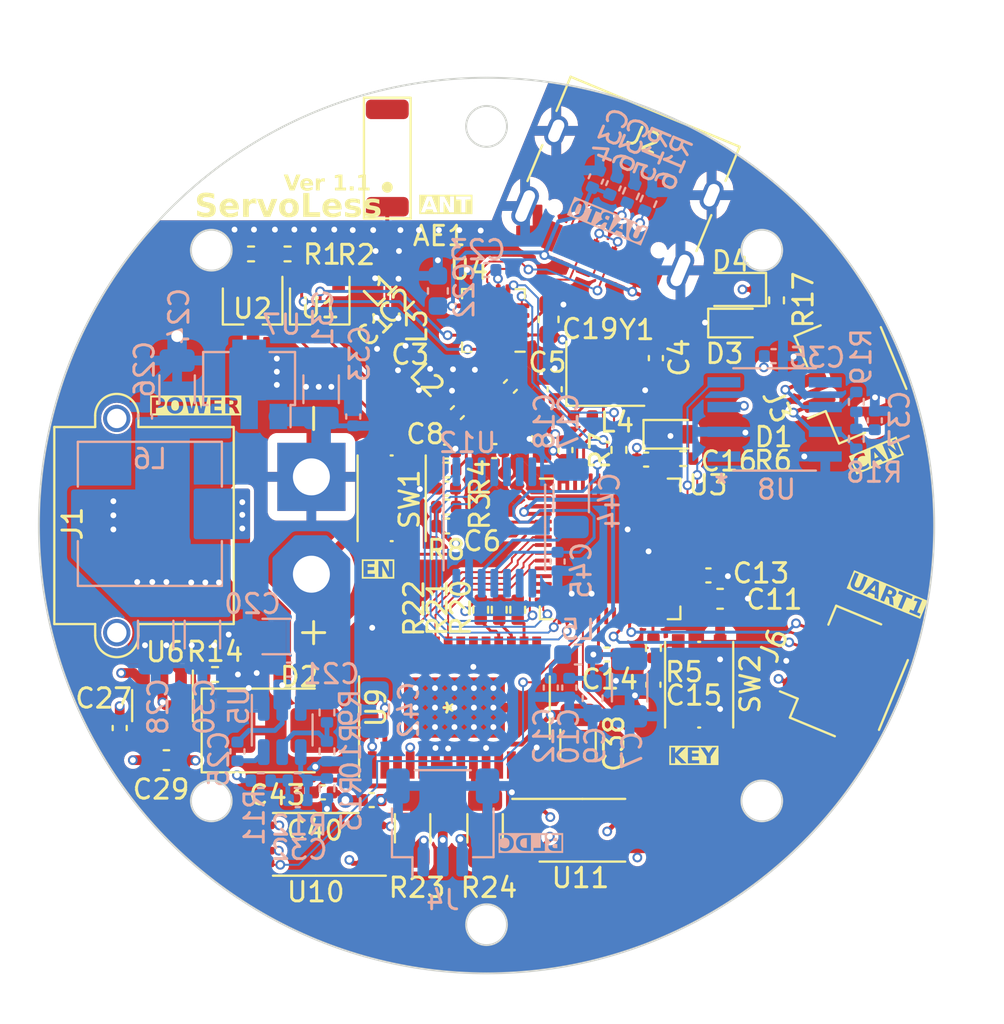
<source format=kicad_pcb>
(kicad_pcb (version 20221018) (generator pcbnew)
  (title_block (title "ServoLess") (date "2023-04-09") (rev "V1.1") (company "Aiano"))
  (layers (0 "F.Cu" signal "F.Cu Signal") (1 "In1.Cu" power "In1.Cu GND") (2 "In2.Cu" power "In2.Cu Power") (31 "B.Cu" signal "B.Cu Signal") (34 "B.Paste" user) (35 "F.Paste" user) (36 "B.SilkS" user "B.Silkscreen") (37 "F.SilkS" user "F.Silkscreen") (38 "B.Mask" user) (39 "F.Mask" user) (44 "Edge.Cuts" user))
  (net 0 "")
  (net 1 "Net-(AE1-FEED)")
  (net 3 "Net-(C1-Pad1)")
  (net 4 "GND")
  (net 5 "Net-(C3-Pad1)")
  (net 6 "Net-(U3-LNA_IN{slash}RF)")
  (net 7 "Net-(U3-XTAL_N)")
  (net 8 "Net-(C5-Pad2)")
  (net 9 "/MCU_EN")
  (net 10 "VDD")
  (net 11 "Net-(C8-Pad1)")
  (net 12 "Net-(U3-VDD_SPI)")
  (net 13 "VDD3P3")
  (net 14 "Net-(C15-Pad1)")
  (net 15 "VDDA")
  (net 16 "GNDA")
  (net 17 "VM")
  (net 18 "VBUS")
  (net 19 "Net-(U4-V3)")
  (net 20 "+5V")
  (net 21 "Net-(U5-BOOT)")
  (net 22 "Net-(U5-SW)")
  (net 23 "Net-(U6-BP)")
  (net 24 "Net-(C32-Pad1)")
  (net 25 "Net-(U5-FB)")
  (net 26 "Net-(C37-Pad1)")
  (net 27 "Net-(U9-CP1)")
  (net 28 "Net-(U9-CP2)")
  (net 29 "Net-(U9-VCP)")
  (net 30 "Net-(D1-A)")
  (net 31 "Net-(D3-A)")
  (net 32 "Net-(J2-CC1)")
  (net 33 "/USB_DP")
  (net 34 "/USB_DN")
  (net 36 "Net-(J2-CC2)")
  (net 38 "/MCU_UART1_TX")
  (net 39 "/MCU_UART1_RX")
  (net 40 "Net-(J3-Pin_1)")
  (net 41 "Net-(J3-Pin_2)")
  (net 42 "/BLDC Driver/Motor_OUT1")
  (net 43 "/BLDC Driver/Motor_OUT2")
  (net 44 "/BLDC Driver/Motor_OUT3")
  (net 45 "Net-(U3-XTAL_P)")
  (net 46 "/DTR")
  (net 47 "Net-(U1-B)")
  (net 48 "/RTS")
  (net 49 "Net-(U2-B)")
  (net 50 "/MCU_KEY")
  (net 51 "/MCU_LED")
  (net 52 "Net-(U3-U0TXD{slash}PROG{slash}GPIO43)")
  (net 53 "/MCU_UART0_TX")
  (net 54 "/MCU_BOOT")
  (net 55 "Net-(U5-EN)")
  (net 56 "Net-(U9-RESET_N)")
  (net 57 "Net-(U9-SLEEP_N)")
  (net 58 "Net-(U9-FAULT_N)")
  (net 59 "/BLDC Driver/Motor_OUT_CS1")
  (net 60 "/BLDC Driver/Motor_OUT_CS3")
  (net 61 "/BLDC Driver/Motor_IN1")
  (net 62 "/BLDC Driver/Motor_IN2")
  (net 63 "/BLDC Driver/Motor_IN3")
  (net 64 "/BLDC Driver/Motor_EN")
  (net 65 "/BLDC Driver/Motor_CS1")
  (net 66 "/BLDC Driver/Motor_CS3")
  (net 68 "/Magnetic Encoder/MRE_MOSI")
  (net 69 "/Magnetic Encoder/MRE_MISO")
  (net 70 "/Magnetic Encoder/MRE_CLK")
  (net 71 "/Magnetic Encoder/MRE_CS")
  (net 90 "/MCU_CAN_TX")
  (net 91 "/MCU_CAN_RX")
  (net 97 "/MCU_UART0_RX")
  (net 116 "Net-(#FLG03-pwr)")
  (footprint "Inductor_SMD:L_0402_1005Metric" (layer "F.Cu") (at 144.75 84.6)
    (fp_text reference "L4")
    (fp_text value "24nH")
  )
  (footprint "Package_TO_SOT_SMD:SOT-23-5" (layer "F.Cu") (at 123.15 99.45 -90)
    (fp_text reference "U6")
    (fp_text value "SPX3819M5-L-3-3")
  )
  (footprint "Resistor_SMD:R_0402_1005Metric" (layer "F.Cu") (at 141.4 94.525 -90)
    (fp_text reference "R20")
    (fp_text value "10k")
  )
  (footprint "Crystal:Crystal_SMD_3225-4Pin_3.2x2.5mm" (layer "F.Cu") (at 145.9 82.4)
    (fp_text reference "Y1")
    (fp_text value "Crystal_GND24")
  )
  (footprint "Resistor_SMD:R_0402_1005Metric" (layer "F.Cu") (at 137.725 90.225 180)
    (fp_text reference "R8")
    (fp_text value "10k")
  )
  (footprint "Connector_JST:JST_SH_SM04B-SRSS-TB_1x04-1MP_P1.00mm_Horizontal" (layer "F.Cu") (at 158.225 97.875 67.5)
    (fp_text reference "J6")
    (fp_text value "Conn_01x04_MountingPin")
  )
  (footprint "LED_SMD:LED_0603_1608Metric" (layer "F.Cu") (at 149.35 85.5125)
    (fp_text reference "D1")
    (fp_text value "LED-GREEN")
  )
  (footprint "Capacitor_SMD:C_0402_1005Metric" (layer "F.Cu") (at 148.5 81.6 90)
    (fp_text reference "C4")
    (fp_text value "15pF")
  )
  (footprint "Capacitor_SMD:C_0603_1608Metric" (layer "F.Cu") (at 142.65 85.75 90)
    (fp_text reference "C18")
    (fp_text value "1uF")
  )
  (footprint "Button_Switch_SMD:SW_Push_1P1T_NO_Vertical_Wuerth_434133025816" (layer "F.Cu") (at 134.925 88.8 -90)
    (fp_text reference "SW1")
    (fp_text value "SW_Push")
  )
  (footprint "Connector_USB:USB_C_Receptacle_HRO_TYPE-C-31-M-12" (layer "F.Cu") (at 146.97 72.55 157.5)
    (fp_text reference "J2")
    (fp_text value "USB_C_Receptacle_USB2.0")
  )
  (footprint "Resistor_SMD:R_0402_1005Metric" (layer "F.Cu") (at 129.575 76.25 180)
    (fp_text reference "R2")
    (fp_text value "10k")
  )
  (footprint "Resistor_SMD:R_0402_1005Metric" (layer "F.Cu") (at 137.725 87.35 180)
    (fp_text reference "R4")
    (fp_text value "0R")
  )
  (footprint "czm_kicad_lib:AMASS_XT30PW-M_1x02_P2.50mm_Horizontal" (layer "F.Cu") (at 130.8 87.7 90)
    (fp_text reference "J1")
    (fp_text value "XT30PW-M")
  )
  (footprint "Capacitor_SMD:C_0402_1005Metric" (layer "F.Cu") (at 141.025 83.05 45)
    (fp_text reference "C2")
    (fp_text value "1pF")
  )
  (footprint "Resistor_SMD:R_0402_1005Metric" (layer "F.Cu") (at 149.9 86.7625)
    (fp_text reference "R6")
    (fp_text value "10k")
  )
  (footprint "Capacitor_SMD:C_0402_1005Metric" (layer "F.Cu") (at 133.9 104.3)
    (fp_text reference "C40")
    (fp_text value "100nF")
  )
  (footprint "Inductor_SMD:L_0402_1005Metric" (layer "F.Cu") (at 139.645 83.075 45)
    (fp_text reference "L1")
    (fp_text value "DNI")
  )
  (footprint "Capacitor_SMD:C_0402_1005Metric" (layer "F.Cu") (at 143.85 86.325 90)
    (fp_text reference "C17")
    (fp_text value "10nF")
  )
  (footprint "Package_TO_SOT_SMD:TSOT-23" (layer "F.Cu") (at 131.25 78.925 -90)
    (fp_text reference "U1")
    (fp_text value "S8050")
  )
  (footprint "Diode_SMD:D_SMB" (layer "F.Cu") (at 128.8225 100.725)
    (fp_text reference "D2")
    (fp_text value "SMBJ24CA")
  )
  (footprint "Connector_JST:JST_GH_SM02B-GHS-TB_1x02-1MP_P1.25mm_Horizontal" (layer "F.Cu") (at 158.35 82.575 112.5)
    (fp_text reference "J3")
    (fp_text value "Conn_01x02_MountingPin")
  )
  (footprint "Inductor_SMD:L_0402_1005Metric" (layer "F.Cu") (at 140.675 84.975 -90)
    (fp_text reference "L3")
    (fp_text value "2.2nH")
  )
  (footprint "Capacitor_SMD:C_0603_1608Metric" (layer "F.Cu") (at 142.9875 79.6125 90)
    (fp_text reference "C19")
    (fp_text value "1uF")
  )
  (footprint "Capacitor_SMD:C_0402_1005Metric" (layer "F.Cu") (at 138.3 84.4 -135)
    (fp_text reference "C1")
    (fp_text value "DNI")
  )
  (footprint "Capacitor_SMD:C_0402_1005Metric" (layer "F.Cu") (at 137.725 88.3 180)
    (fp_text reference "C6")
    (fp_text value "1uF")
  )
  (footprint "Capacitor_SMD:C_0402_1005Metric" (layer "F.Cu") (at 120.95 100.6 90)
    (fp_text reference "C27")
    (fp_text value "10nF")
  )
  (footprint "Resistor_SMD:R_0402_1005Metric" (layer "F.Cu") (at 140.45 94.525 -90)
    (fp_text reference "R21")
    (fp_text value "10k")
  )
  (footprint "Resistor_SMD:R_0402_1005Metric" (layer "F.Cu") (at 127.7 76.25)
    (fp_text reference "R1")
    (fp_text value "10k")
  )
  (footprint "Package_DFN_QFN:VQFN-16-1EP_3x3mm_P0.5mm_EP1.1x1.1mm" (layer "F.Cu") (at 140.15 79.6625 180)
    (fp_text reference "U4")
    (fp_text value "CH343P")
  )
  (footprint "czm_kicad_lib:AN2051" (layer "F.Cu") (at 134.7 68.825 180)
    (fp_text reference "AE1")
    (fp_text value "Antenna_Chip")
  )
  (footprint "Capacitor_SMD:C_0402_1005Metric" (layer "F.Cu") (at 137.725 86.4)
    (fp_text reference "C8")
    (fp_text value "100nF")
  )
  (footprint "Capacitor_SMD:C_0603_1608Metric" (layer "F.Cu") (at 123.35 102.25 180)
    (fp_text reference "C29")
    (fp_text value "1uF")
  )
  (footprint "Resistor_SMD:R_0402_1005Metric" (layer "F.Cu") (at 137.725 89.25)
    (fp_text reference "R3")
    (fp_text value "10k")
  )
  (footprint "Package_SO:TSSOP-8_4.4x3mm_P0.65mm" (layer "F.Cu") (at 131.025 106.575 180)
    (fp_text reference "U10")
    (fp_text value "INA240A2PW")
  )
  (footprint "Resistor_SMD:R_1206_3216Metric" (layer "F.Cu") (at 136 105.75 -90)
    (fp_text reference "R23")
    (fp_text value "0.01R")
  )
  (footprint "Capacitor_SMD:C_0402_1005Metric" (layer "F.Cu") (at 145.975 96.825)
    (fp_text reference "C14")
    (fp_text value "100nF")
  )
  (footprint "Resistor_SMD:R_0402_1005Metric" (layer "F.Cu") (at 146.6 86.3125 90)
    (fp_text reference "R7")
    (fp_text value "499R")
  )
  (footprint "Resistor_SMD:R_0402_1005Metric" (layer "F.Cu") (at 125.85 97.85)
    (fp_text reference "R14")
    (fp_text value "0R")
  )
  (footprint "Capacitor_SMD:C_0402_1005Metric" (layer "F.Cu") (at 131.39 103.905)
    (fp_text reference "C43")
    (fp_text value "100nF")
  )
  (footprint "Capacitor_SMD:C_0402_1005Metric" (layer "F.Cu") (at 140.2 86.375 180)
    (fp_text reference "C3")
    (fp_text value "1.8pF")
  )
  (footprint "Capacitor_SMD:C_0603_1608Metric" (layer "F.Cu") (at 151.8 93.9625)
    (fp_text reference "C11")
    (fp_text value "1uF")
  )
  (footprint "Capacitor_SMD:C_0402_1005Metric" (layer "F.Cu") (at 148.375 98.375 -90)
    (fp_text reference "C15")
    (fp_text value "100nF")
  )
  (footprint "LED_SMD:LED_0603_1608Metric" (layer "F.Cu") (at 152.675 79.8)
    (fp_text reference "D3")
    (fp_text value "LED-RED")
  )
  (footprint "Capacitor_SMD:C_0402_1005Metric" (layer "F.Cu") (at 151.2 92.7625)
    (fp_text reference "C13")
    (fp_text value "100nF")
  )
  (footprint "Package_TO_SOT_SMD:TSOT-23" (layer "F.Cu") (at 127.8 78.925 -90)
    (fp_text reference "U2")
    (fp_text value "S8050")
  )
  (footprint "Resistor_SMD:R_0402_1005Metric" (layer "F.Cu") (at 148.375 96.4875 -90)
    (fp_text reference "R5")
    (fp_text value "0R")
  )
  (footprint "Button_Switch_SMD:SW_Push_1P1T_NO_Vertical_Wuerth_434133025816" (layer "F.Cu") (at 150.725 98.375 90)
    (fp_text reference "SW2")
    (fp_text value "SW_Push")
  )
  (footprint "Resistor_SMD:R_0402_1005Metric" (layer "F.Cu") (at 154.7 78.635 -90)
    (fp_text reference "R17")
    (fp_text value "10k")
  )
  (footprint "czm_kicad_lib:DRV8313PWP" (layer "F.Cu") (at 138.150001 99.550001 90)
    (fp_text reference "U9")
    (fp_text value "DRV8313PWP" hide)
  )
  (footprint "Capacitor_SMD:C_1206_3216Metric" (layer "F.Cu") (at 144.5 101.4 -90)
    (fp_text reference "C38")
    (fp_text value "10uF")
  )
  (footprint "Resistor_SMD:R_1206_3216Metric" (layer "F.Cu") (at 139.725 105.75 -90)
    (fp_text reference "R24")
    (fp_text value "0.01R")
  )
  (footprint "Capacitor_SMD:C_0402_1005Metric" (layer "F.Cu") (at 148 86.8125)
    (fp_text reference "C16")
    (fp_text value "100nF")
  )
  (footprint "Capacitor_SMD:C_0402_1005Metric" (layer "F.Cu") (at 143.3 83.2 -90)
    (fp_text reference "C5")
    (fp_text value "15pF")
  )
  (footprint "Package_DFN_QFN:QFN-56-1EP_7x7mm_P0.4mm_EP5.6x5.6mm" (layer "F.Cu") (at 146.15 91.4)
    (fp_text reference "U3")
    (fp_text value "ESP32-S3FN8")
  )
  (footprint "Diode_SMD:D_SOD-323" (layer "F.Cu") (at 152.55 78.075 180)
    (fp_text reference "D4")
    (fp_text value "1N5819WS")
  )
  (footprint "Package_SO:TSSOP-8_4.4x3mm_P0.65mm" (layer "F.Cu") (at 144.725 105.85)
    (fp_text reference "U11")
    (fp_text value "INA240A2PW")
  )
  (footprint "Inductor_SMD:L_0402_1005Metric" (layer "F.Cu") (at 141.025 87.825 -45)
    (fp_text reference "L2")
    (fp_text value "1.8nH")
  )
  (footprint "Resistor_SMD:R_0402_1005Metric" (layer "F.Cu") (at 139.5 94.525 90)
    (fp_text reference "R22")
    (fp_text value "10k")
  )
  (footprint "Package_SO:TSSOP-14_4.4x5mm_P0.65mm" (layer "B.Cu") (at 140.2 90.3 -90)
    (fp_text reference "U12")
    (fp_text value "AS5048A")
  )
  (footprint "Inductor_SMD:L_0603_1608Metric" (layer "B.Cu") (at 144.5 96.825 180)
    (fp_text reference "L5")
    (fp_text value "2.2nH 500mA")
  )
  (footprint "Capacitor_SMD:C_0402_1005Metric" (layer "B.Cu") (at 144.05 98.525 -90)
    (fp_text reference "C10")
    (fp_text value "100nF")
  )
  (footprint "Capacitor_SMD:C_1206_3216Metric" (layer "B.Cu") (at 125.2 95.8 -90)
    (fp_text reference "C30")
    (fp_text value "22uF")
  )
  (footprint "Capacitor_SMD:C_0402_1005Metric" (layer "B.Cu") (at 143.45 92.05 -90)
    (fp_text reference "C45")
    (fp_text value "100nF")
  )
  (footprint "Capacitor_SMD:C_0402_1005Metric" (layer "B.Cu") (at 143.1 98.525 -90)
    (fp_text reference "C12")
    (fp_text value "100nF")
  )
  (footprint "Resistor_SMD:R_0402_1005Metric" (layer "B.Cu") (at 158.8 85.75 90)
    (fp_text reference "R18")
    (fp_text value "60R")
  )
  (footprint "Capacitor_SMD:C_0402_1005Metric" (layer "B.Cu") (at 122.25 84.6 90)
    (fp_text reference "C26")
    (fp_text value "100nF")
  )
  (footprint "Capacitor_SMD:C_0603_1608Metric" (layer "B.Cu") (at 145.25 99.075 -90)
    (fp_text reference "C9")
    (fp_text value "1uF")
  )
  (footprint "Capacitor_SMD:C_0603_1608Metric" (layer "B.Cu") (at 137.3 78.15 90)
    (fp_text reference "C22")
    (fp_text value "1uF")
  )
  (footprint "Capacitor_SMD:C_1206_3216Metric" (layer "B.Cu") (at 129 95.9 180)
    (fp_text reference "C20")
    (fp_text value "10uF")
  )
  (footprint "Capacitor_SMD:C_1206_3216Metric" (layer "B.Cu") (at 147.15 98.525 -90)
    (fp_text reference "C7")
    (fp_text value "10uF")
  )
  (footprint "Connector_JST:JST_SH_SM03B-SRSS-TB_1x03-1MP_P1.00mm_Horizontal" (layer "B.Cu") (at 137.55 105.45)
    (fp_text reference "J4")
    (fp_text value "Conn_01x03_MountingPin")
  )
  (footprint "Capacitor_SMD:C_1206_3216Metric" (layer "B.Cu") (at 122.8 95.8 -90)
    (fp_text reference "C28")
    (fp_text value "22uF")
  )
  (footprint "Capacitor_SMD:C_0402_1005Metric" (layer "B.Cu") (at 139.8 77.075 180)
    (fp_text reference "C23")
    (fp_text value "100nF")
  )
  (footprint "Capacitor_SMD:C_0805_2012Metric" (layer "B.Cu") (at 134.05 99.65 90)
    (fp_text reference "C42")
    (fp_text value "10nF 100V")
  )
  (footprint "Capacitor_SMD:C_1206_3216Metric" (layer "B.Cu") (at 131.3 83.2 -90)
    (fp_text reference "C31")
    (fp_text value "10uF")
  )
  (footprint "Resistor_SMD:R_0402_1005Metric" (layer "B.Cu") (at 148.12 73.55 67.5)
    (fp_text reference "R16")
    (fp_text value "5.1k")
  )
  (footprint "Capacitor_SMD:C_0402_1005Metric" (layer "B.Cu") (at 130.1 104.3)
    (fp_text reference "C32")
    (fp_text value "75pF")
  )
  (footprint "Resistor_SMD:R_0402_1005Metric" (layer "B.Cu") (at 128.2 103.3)
    (fp_text reference "R11")
    (fp_text value "49R9")
  )
  (footprint "czm_kicad_lib:TJA1050T" (layer "B.Cu") (at 154.6 84.75)
    (fp_text reference "U8")
    (fp_text value "TJA1050T" hide)
  )
  (footprint "Capacitor_SMD:C_1206_3216Metric" (layer "B.Cu") (at 144.15 88.8 -90)
    (fp_text reference "C44")
    (fp_text value "10uF")
  )
  (footprint "Capacitor_SMD:C_0402_1005Metric" (layer "B.Cu") (at 159.75 84.8 90)
    (fp_text reference "C37")
    (fp_text value "47nF")
  )
  (footprint "Capacitor_SMD:C_0402_1005Metric" (layer "B.Cu") (at 154.55 81.5)
    (fp_text reference "C35")
    (fp_text value "100nF")
  )
  (footprint "Inductor_SMD:L_7.3x7.3_H3.5" (layer "B.Cu") (at 122.5 89.6 180)
    (fp_text reference "L6")
    (fp_text value "15uH 2A")
  )
  (footprint "Resistor_SMD:R_0402_1005Metric" (layer "B.Cu") (at 158.8 83.85 90)
    (fp_text reference "R19")
    (fp_text value "60R")
  )
  (footprint "Capacitor_SMD:C_0402_1005Metric" (layer "B.Cu") (at 132.95 84.6 -90)
    (fp_text reference "C33")
    (fp_text value "100nF")
  )
  (footprint "Resistor_SMD:R_0402_1005Metric" (layer "B.Cu") (at 131.6 101.8 -90)
    (fp_text reference "R10")
    (fp_text value "105k")
  )
  (footprint "Resistor_SMD:R_0402_1005Metric" (layer "B.Cu") (at 147.22 73.15 67.5)
    (fp_text reference "R15")
    (fp_text value "5.1k")
  )
  (footprint "Capacitor_SMD:C_0402_1005Metric" (layer "B.Cu") (at 129.65 97.6 180)
    (fp_text reference "C21")
    (fp_text value "100nF")
  )
  (footprint "Capacitor_SMD:C_0402_1005Metric" (layer "B.Cu") (at 146.32 72.75 67.5)
    (fp_text reference "C36")
    (fp_text value "1uF")
  )
  (footprint "Capacitor_SMD:C_0402_1005Metric" (layer "B.Cu") (at 145.42 72.4 67.5)
    (fp_text reference "C34")
    (fp_text value "100nF")
  )
  (footprint "Resistor_SMD:R_0402_1005Metric" (layer "B.Cu") (at 130.1 103.3)
    (fp_text reference "R12")
    (fp_text value "100k")
  )
  (footprint "Resistor_SMD:R_0402_1005Metric" (layer "B.Cu") (at 131.6 103.7 -90)
    (fp_text reference "R13")
    (fp_text value "13k3")
  )
  (footprint "Package_TO_SOT_SMD:SOT-89-3" (layer "B.Cu") (at 127.6 82.65 90)
    (fp_text reference "U7")
    (fp_text value "AMS1117-3.3")
  )
  (footprint "Capacitor_SMD:C_0402_1005Metric" (layer "B.Cu") (at 127 101.8 90)
    (fp_text reference "C25")
    (fp_text value "100nF")
  )
  (footprint "Resistor_SMD:R_0402_1005Metric" (layer "B.Cu") (at 131.6 99.8 -90)
    (fp_text reference "R9")
    (fp_text value "511k")
  )
  (footprint "Capacitor_SMD:C_1206_3216Metric" (layer "B.Cu") (at 123.9 83.2 90)
    (fp_text reference "C24")
    (fp_text value "10uF")
  )
  (footprint "Package_TO_SOT_SMD:SOT-23-6" (layer "B.Cu") (at 129.3 100.7 -90)
    (fp_text reference "U5")
    (fp_text value "TPS54202DDC")
  )
  (gr_circle (center 153.942136 104.342136) (end 154.992136 104.342136) (stroke (width 0.1)) (fill none) (layer "Edge.Cuts"))
  (gr_circle (center 139.8 69.7) (end 140.85 69.7) (stroke (width 0.1)) (fill none) (layer "Edge.Cuts"))
  (gr_circle (center 125.657864 76.057864) (end 126.707864 76.057864) (stroke (width 0.1)) (fill none) (layer "Edge.Cuts"))
  (gr_circle (center 139.8 110.7) (end 140.85 110.7) (stroke (width 0.1)) (fill none) (layer "Edge.Cuts"))
  (gr_circle (center 153.942136 76.057864) (end 154.992136 76.057864) (stroke (width 0.1)) (fill none) (layer "Edge.Cuts"))
  (gr_circle (center 139.8 90.2) (end 162.8 90.2) (stroke (width 0.1)) (fill none) (layer "Edge.Cuts"))
  (gr_circle (center 125.657864 104.342136) (end 126.707864 104.342136) (stroke (width 0.1)) (fill none) (layer "Edge.Cuts"))
  (gr_text "UART0" (at 147.73 75.86 337.5) (layer "B.SilkS" knockout) (effects (font (size 0.8 0.8) (thickness 0.16) bold) (justify left bottom mirror)))
  (gr_text "BLDC" (at 143.75 107.05) (layer "B.SilkS" knockout) (effects (font (size 0.8 0.8) (thickness 0.16) bold) (justify left bottom mirror)))
  (gr_text "EN" (at 133.375 92.975) (layer "F.SilkS" knockout) (effects (font (size 0.8 0.8) (thickness 0.16) bold) (justify left bottom)))
  (gr_text "KEY\n" (at 149.175 102.55) (layer "F.SilkS" knockout) (effects (font (size 0.8 0.8) (thickness 0.16) bold) (justify left bottom)))
  (gr_text "ANT" (at 136.425 74.25) (layer "F.SilkS" knockout) (effects (font (size 0.8 0.8) (thickness 0.16) bold) (justify left bottom)))
  (gr_text "CAN" (at 158.85 87.6 22.5) (layer "F.SilkS" knockout) (effects (font (size 0.8 0.8) (thickness 0.16) bold) (justify left bottom)))
  (gr_text "POWER" (at 122.5 84.575) (layer "F.SilkS" knockout) (effects (font (size 0.8 0.8) (thickness 0.16) bold) (justify left bottom)))
  (gr_text "UART1" (at 158.275 93.45 337.5) (layer "F.SilkS" knockout) (effects (font (size 0.8 0.8) (thickness 0.16) bold) (justify left bottom)))
  (gr_text "Ver 1.1" (at 129.375 73.125) (layer "F.SilkS") (effects (font (size 0.8 0.8) (thickness 0.16) bold italic) (justify left bottom)))
  (gr_text "ServoLess" (at 124.8 74.55) (layer "F.SilkS") (effects (font (size 1.2 1.2) (thickness 0.24) bold italic) (justify left bottom)))
  (segment (start 140.685589 83.389411) (end 140.645305 83.389411) (width 0.2) (layer "F.Cu") (net 1))
  (segment (start 134.7 80.875) (end 134.7 73.825) (width 0.2) (layer "F.Cu") (net 1))
  (segment (start 140.645305 83.389411) (end 139.987947 82.732053) (width 0.2) (layer "F.Cu") (net 1))
  (segment (start 140.675 84.49) (end 140.675 83.4) (width 0.2) (layer "F.Cu") (net 1))
  (segment (start 136.557053 82.732053) (end 134.7 80.875) (width 0.2) (layer "F.Cu") (net 1))
  (segment (start 140.675 83.4) (end 140.685589 83.389411) (width 0.2) (layer "F.Cu") (net 1))
  (segment (start 139.987947 82.732053) (end 136.557053 82.732053) (width 0.2) (layer "F.Cu") (net 1))
  (segment (start 139.302053 83.417947) (end 139.282053 83.417947) (width 0.2) (layer "F.Cu") (net 3))
  (segment (start 139.282053 83.417947) (end 138.639411 84.060589) (width 0.2) (layer "F.Cu") (net 3))
  (segment (start 141.6125 79.9125) (end 141.977297 79.9125) (width 0.15) (layer "F.Cu") (net 4))
  (segment (start 145.55 90.8) (end 146.15 91.4) (width 0.15) (layer "F.Cu") (net 4))
  (segment (start 148.48 86.8125) (end 148.48 85.595) (width 0.2) (layer "F.Cu") (net 4))
  (segment (start 148.305 98.925) (end 148.375 98.855) (width 0.25) (layer "F.Cu") (net 4))
  (segment (start 142.9875 78.8375) (end 143.7375 78.8375) (width 0.25) (layer "F.Cu") (net 4))
  (segment (start 143.3 82.125) (end 143.875 81.55) (width 0.25) (layer "F.Cu") (net 4))
  (segment (start 148.48 85.595) (end 148.485 85.6) (width 0.15) (layer "F.Cu") (net 4))
  (segment (start 146.45 98.175) (end 146.455 98.17) (width 0.15) (layer "F.Cu") (net 4))
  (segment (start 141.977297 79.9125) (end 142.9875 78.902297) (width 0.15) (layer "F.Cu") (net 4))
  (segment (start 147 83.25) (end 147.95 83.25) (width 0.25) (layer "F.Cu") (net 4))
  (segment (start 146.455 98.17) (end 146.455 96.825) (width 0.15) (layer "F.Cu") (net 4))
  (segment (start 151.8 96.325) (end 151.8 97.075) (width 0.25) (layer "F.Cu") (net 4))
  (segment (start 151.8 100.45) (end 151.8 99.625) (width 0.25) (layer "F.Cu") (net 4))
  (segment (start 137.175002 102.5) (end 137.175002 101.625002) (width 0.25) (layer "F.Cu") (net 4))
  (segment (start 155.2 97.15) (end 156.185899 97.571573) (width 0.25) (layer "F.Cu") (net 4))
  (segment (start 148.375 98.855) (end 148.375 100.675) (width 0.25) (layer "F.Cu") (net 4))
  (segment (start 152.1625 92.7625) (end 152.2 92.8) (width 0.15) (layer "F.Cu") (net 4))
  (segment (start 141.6125 79.9125) (end 140.4 79.9125) (width 0.15) (layer "F.Cu") (net 4))
  (segment (start 151.68 92.7625) (end 152.1625 92.7625) (width 0.15) (layer "F.Cu") (net 4))
  (segment (start 149 101.3) (end 150.95 101.3) (width 0.25) (layer "F.Cu") (net 4))
  (segment (start 148.485 85.6) (end 149.25 85.6) (width 0.15) (layer "F.Cu") (net 4))
  (segment (start 143.3 82.125) (end 143.3 82.72) (width 0.25) (layer "F.Cu") (net 4))
  (segment (start 139.775002 102.5) (end 139.775002 101.625002) (width 0.25) (layer "F.Cu") (net 4))
  (segment (start 147.95 83.25) (end 147.95 82.63) (width 0.25) (layer "F.Cu") (net 4))
  (segment (start 144.5 102.875) (end 142.750001 102.875) (width 0.25) (layer "F.Cu") (net 4))
  (segment (start 133.925001 96.599999) (end 133.925 95.45) (width 0.25) (layer "F.Cu") (net 4))
  (segment (start 142.750001 102.875) (end 142.375001 102.5) (width 0.25) (layer "F.Cu") (net 4))
  (segment (start 153.2125 93.9625) (end 153.225 93.95) (width 0.15) (layer "F.Cu") (net 4))
  (segment (start 147.425 98.925) (end 148.305 98.925) (width 0.25) (layer "F.Cu") (net 4))
  (segment (start 142.375001 102.5) (end 142.375001 101.600001) (width 0.25) (layer "F.Cu") (net 4))
  (segment (start 145.15 87.9625) (end 145.15 90.4) (width 0.15) (layer "F.Cu") (net 4))
  (segment (start 126.36 97.85) (end 127.025 97.85) (width 0.5) (layer "F.Cu") (net 4))
  (segment (start 137.825 102.5) (end 137.825 101.65) (width 0.25) (layer "F.Cu") (net 4))
  (segment (start 148.375 100.675) (end 149 101.3) (width 0.25) (layer "F.Cu") (net 4))
  (segment (start 143.875 81.55) (end 144.8 81.55) (width 0.25) (layer "F.Cu") (net 4))
  (segment (start 150.95 101.3) (end 151.8 100.45) (width 0.25) (layer "F.Cu") (net 4))
  (segment (start 145.15 90.4) (end 146.15 91.4) (width 0.15) (layer "F.Cu") (net 4))
  (segment (start 139.775002 101.625002) (end 139.775 101.625) (width 0.25) (layer "F.Cu") (net 4))
  (segment (start 137.245 88.3) (end 136.4 88.3) (width 0.1) (layer "F.Cu") (net 4))
  (segment (start 139.125 97.453713) (end 139.120882 97.457831) (width 0.15) (layer "F.Cu") (net 4))
  (segment (start 140.4 79.9125) (end 140.15 79.6625) (width 0.15) (layer "F.Cu") (net 4))
  (segment (start 145.55 87.9625) (end 145.15 87.9625) (width 0.15) (layer "F.Cu") (net 4))
  (segment (start 147.95 82.63) (end 148.5 82.08) (width 0.25) (layer "F.Cu") (net 4))
  (segment (start 152.575 93.9625) (end 153.2125 93.9625) (width 0.15) (layer "F.Cu") (net 4))
  (segment (start 142.375001 101.600001) (end 142.375 101.6) (width 0.25) (layer "F.Cu") (net 4))
  (segment (start 143.7375 78.8375) (end 143.75 78.85) (width 0.25) (layer "F.Cu") (net 4))
  (segment (start 145.55 87.9625) (end 145.55 90.8) (width 0.15) (layer "F.Cu") (net 4))
  (segment (start 137.175002 101.625002) (end 137.175 101.625) (width 0.25) (layer "F.Cu") (net 4))
  (segment (start 151.8875 79.775) (end 151.025 79.775) (width 0.25) (layer "F.Cu") (net 4))
  (segment (start 136.4 88.3) (end 136.375 88.325) (width 0.1) (layer "F.Cu") (net 4))
  (segment (start 139.125 96.599999) (end 139.125 97.453713) (width 0.15) (layer "F.Cu") (net 4))
  (segment (start 142.9875 78.902297) (end 142.9875 78.8375) (width 0.15) (layer "F.Cu") (net 4))
  (via (at 148.125 91.525) (size 0.5) (drill 0.3) (layers "F.Cu" "B.Cu") (net 4))
  (via (at 156.125 86.65) (size 0.5) (drill 0.3) (layers "F.Cu" "B.Cu") (net 4))
  (via (at 133.975 75.025) (size 0.5) (drill 0.3) (layers "F.Cu" "B.Cu") (net 4))
  (via (at 123.9 80.475) (size 1) (drill 0.6) (layers "F.Cu" "B.Cu") (net 4))
  (via (at 132.925 75.025) (size 0.5) (drill 0.3) (layers "F.Cu" "B.Cu") (net 4))
  (via (at 136.325 75.025) (size 0.5) (drill 0.3) (layers "F.Cu" "B.Cu") (net 4))
  (via (at 139.120882 97.457831) (size 0.5) (drill 0.3) (layers "F.Cu" "B.Cu") (net 4))
  (via (at 134.15 79.525) (size 0.5) (drill 0.3) (layers "F.Cu" "B.Cu") (net 4))
  (via (at 143.75 78.85) (size 0.5) (drill 0.3) (layers "F.Cu" "B.Cu") (net 4))
  (via (at 137.825 101.65) (size 0.5) (drill 0.3) (layers "F.Cu" "B.Cu") (net 4))
  (via (at 123.35 96.35) (size 0.5) (drill 0.3) (layers "F.Cu" "B.Cu") (net 4))
  (via (at 152.2 92.8) (size 0.5) (drill 0.3) (layers "F.Cu" "B.Cu") (net 4))
  (via (at 151.025 79.775) (size 0.5) (drill 0.3) (layers "F.Cu" "B.Cu") (net 4))
  (via (at 131.975 75) (size 0.5) (drill 0.3) (layers "F.Cu" "B.Cu") (net 4))
  (via (at 138.4 75.025) (size 0.5) (drill 0.3) (layers "F.Cu" "B.Cu") (net 4))
  (via (at 131.002352 102.590204) (size 0.5) (drill 0.3) (layers "F.Cu" "B.Cu") (net 4))
  (via (at 153.225 93.95) (size 0.5) (drill 0.3) (layers "F.Cu" "B.Cu") (net 4))
  (via (at 137.3 76.575) (size 0.5) (drill 0.3) (layers "F.Cu" "B.Cu") (net 4))
  (via (at 138.205 86.2505) (size 0.5) (drill 0.3) (layers "F.Cu" "B.Cu") (net 4))
  (via (at 134.175 81.125) (size 0.5) (drill 0.3) (layers "F.Cu" "B.Cu") (net 4))
  (via (at 135.25 82.225) (size 0.5) (drill 0.3) (layers "F.Cu" "B.Cu") (net 4))
  (via (at 146.45 98.175) (size 0.5) (drill 0.3) (layers "F.Cu" "B.Cu") (net 4))
  (via (at 128.925 75) (size 0.5) (drill 0.3) (layers "F.Cu" "B.Cu") (net 4))
  (via (at 151.8 99.625) (size 0.5) (drill 0.3) (layers "F.Cu" "B.Cu") (net 4))
  (via (at 149.25 85.6) (size 0.5) (drill 0.3) (layers "F.Cu" "B.Cu") (net 4))
  (via (at 126.55 95.8) (size 0.5) (drill 0.3) (layers "F.Cu" "B.Cu") (net 4))
  (via (at 138.8 77.075) (size 0.5) (drill 0.3) (layers "F.Cu" "B.Cu") (net 4))
  (via (at 134.38 104.3) (size 0.5) (drill 0.3) (layers "F.Cu" "B.Cu") (net 4))
  (via (at 135.275 77.525) (size 0.5) (drill 0.3) (layers "F.Cu" "B.Cu") (net 4))
  (via (at 142.009551 85.75) (size 0.5) (drill 0.3) (layers "F.Cu" "B.Cu") (net 4))
  (via (at 125.8 96.35) (size 0.5) (drill 0.3) (layers "F.Cu" "B.Cu") (net 4))
  (via (at 122.25 96.35) (size 0.5) (drill 0.3) (layers "F.Cu" "B.Cu") (net 4))
  (via (at 139.5 75.05) (size 0.5) (drill 0.3) (layers "F.Cu" "B.Cu") (net 4))
  (via (at 135.375 75.025) (size 0.5) (drill 0.3) (layers "F.Cu" "B.Cu") (net 4))
  (via (at 155.2 97.15) (size 0.5) (drill 0.3) (layers "F.Cu" "B.Cu") (net 4))
  (via (at 135.64 80.97) (size 0.5) (drill 0.3) (layers "F.Cu" "B.Cu") (net 4))
  (via (at 127.58 98.545) (size 0.5) (drill 0.3) (layers "F.Cu" "B.Cu") (net 4))
  (via (at 144.175 93.7) (size 0.5) (drill 0.3) (layers "F.Cu" "B.Cu") (net 4))
  (via (at 136.325 83.25) (size 0.5) (drill 0.3) (layers "F.Cu" "B.Cu") (net 4))
  (via (at 130.925 75) (size 0.5) (drill 0.3) (layers "F.Cu" "B.Cu") (net 4))
  (via (at 136.375 88.325) (size 0.5) (drill 0.3) (layers "F.Cu" "B.Cu") (net 4))
  (via (at 147.05 90.4) (size 0.5) (drill 0.3) (layers "F.Cu" "B.Cu") (net 4))
  (via (at 133.925 95.45) (size 0.5) (drill 0.3) (layers "F.Cu" "B.Cu") (net 4))
  (via (at 135.275 79.55) (size 0.5) (drill 0.3) (layers "F.Cu" "B.Cu") (net 4))
  (via (at 147.95 83.25) (size 0.5) (drill 0.3) (layers "F.Cu" "B.Cu") (net 4))
  (via (at 138.025 83.275) (size 0.5) (drill 0.3) (layers "F.Cu" "B.Cu") (net 4))
  (via (at 136.9 82.15) (size 0.5) (drill 0.3) (layers "F.Cu" "B.Cu") (net 4))
  (via (at 124.65 96.35) (size 0.5) (drill 0.3) (layers "F.Cu" "B.Cu") (net 4))
  (via (at 141.1 103.9) (size 0.5) (drill 0.3) (layers "F.Cu" "B.Cu") (net 4))
  (via (at 147.425 98.925) (size 0.5) (drill 0.3) (layers "F.Cu" "B.Cu") (net 4))
  (via (at 139.775 101.625) (size 0.5) (drill 0.3) (layers "F.Cu" "B.Cu") (net 4))
  (via (at 127.025 97.85) (size 0.5) (drill 0.3) (layers "F.Cu" "B.Cu") (net 4))
  (via (at 153.1 85.425) (size 0.5) (drill 0.3) (layers "F.Cu" "B.Cu") (net 4))
  (via (at 155.575 81.525) (size 0.5) (drill 0.3) (layers "F.Cu" "B.Cu") (net 4))
  (via (at 127.85 75) (size 0.5) (drill 0.3) (layers "F.Cu" "B.Cu") (net 4))
  (via (at 129.925 75) (size 0.5) (drill 0.3) (layers "F.Cu" "B.Cu") (net 4))
  (via (at 127.99 97.775) (size 0.5) (drill 0.3) (layers "F.Cu" "B.Cu") (net 4))
  (via (at 131.6 104.75) (size 0.5) (drill 0.3) (layers "F.Cu" "B.Cu") (net 4))
  (via (at 134.1 76.1) (size 0.5) (drill 0.3) (layers "F.Cu" "B.Cu") (net 4))
  (via (at 159.761014 83.616234) (size 0.5) (drill 0.3) (layers "F.Cu" "B.Cu") (net 4))
  (via (at 138.075 82.175) (size 0.5) (drill 0.3) (layers "F.Cu" "B.Cu") (net 4))
  (via (at 134.075 77.5) (size 0.5) (drill 0.3) (layers "F.Cu" "B.Cu") (net 4))
  (via (at 142.375 101.6) (size 0.5) (drill 0.3) (layers "F.Cu" "B.Cu") (net 4))
  (via (at 145.2 93.7) (size 0.5) (drill 0.3) (layers "F.Cu" "B.Cu") (net 4))
  (via (at 151.8 97.075) (size 0.5) (drill 0.3) (layers "F.Cu" "B.Cu") (net 4))
  (via (at 135.3 76.1) (size 0.5) (drill 0.3) (layers "F.Cu" "B.Cu") (net 4))
  (via (at 126.85 75) (size 0.5) (drill 0.3) (layers "F.Cu" "B.Cu") (net 4))
  (via (at 137.35 75.025) (size 0.5) (drill 0.3) (layers "F.Cu" "B.Cu") (net 4))
  (via (at 139.2 82.2) (size 0.5) (drill 0.3) (layers "F.Cu" "B.Cu") (net 4))
  (via (at 137.175 101.625) (size 0.5) (drill 0.3) (layers "F.Cu" "B.Cu") (net 4))
  (via (at 143.3 82.125) (size 0.5) (drill 0.3) (layers "F.Cu" "B.Cu") (net 4))
  (segment (start 153.06 85.385) (end 153.1 85.425) (width 0.1) (layer "B.Cu") (net 4))
  (segment (start 139.85 103.575) (end 140.775 103.575) (width 0.25) (layer "B.Cu") (net 4))
  (segment (start 140.775 103.575) (end 141.1 103.9) (width 0.25) (layer "B.Cu") (net 4))
  (segment (start 122.25 84.12) (end 122.25 83.375) (width 0.5) (layer "B.Cu") (net 4))
  (segment (start 147.15 99.85) (end 147.15 99.2) (width 0.25) (layer "B.Cu") (net 4))
  (segment (start 144.05 99.005) (end 144.405 99.005) (width 0.25) (layer "B.Cu") (net 4))
  (segment (start 131.3 84.675) (end 131.3 87.2) (width 1) (layer "B.Cu") (net 4))
  (segment (start 155.03 81.5) (end 155.55 81.5) (width 0.2) (layer "B.Cu") (net 4))
  (segment (start 131.3 87.2) (end 130.8 87.7) (width 1) (layer "B.Cu") (net 4))
  (segment (start 143.1 99.005) (end 144.05 99.005) (width 0.25) (layer "B.Cu") (net 4))
  (segment (start 131.705 85.08) (end 131.3 84.675) (width 0.25) (layer "B.Cu") (net 4))
  (segment (start 131.6 104.21) (end 131.6 104.75) (width 0.25) (layer "B.Cu") (net 4))
  (segment (start 142.009551 85.88643) (end 143.448121 87.325) (width 0.15) (layer "B.Cu") (net 4))
  (segment (start 142.426041 94.225) (end 139.273959 94.225) (width 0.25) (layer "B.Cu") (net 4))
  (segment (start 155.55 81.5) (end 155.575 81.525) (width 0.2) (layer "B.Cu") (net 4))
  (segment (start 159.75 83.627248) (end 159.761014 83.616234) (width 0.2) (layer "B.Cu") (net 4))
  (segment (start 135.105 103.575) (end 134.38 104.3) (width 0.25) (layer "B.Cu") (net 4))
  (segment (start 132.95 85.08) (end 131.705 85.08) (width 0.25) (layer "B.Cu") (net 4))
  (segment (start 122.25 83.375) (end 123.9 81.725) (width 0.5) (layer "B.Cu") (net 4))
  (segment (start 137.3 77.375) (end 137.3 76.575) (width 0.2) (layer "B.Cu") (net 4))
  (segment (start 157.2035 86.655) (end 156.13 86.655) (width 0.1) (layer "B.Cu") (net 4))
  (segment (start 143.448121 87.325) (end 144.15 87.325) (width 0.15) (layer "B.Cu") (net 4))
  (segment (start 147.15 99.2) (end 147.425 98.925) (width 0.25) (layer "B.Cu") (net 4))
  (segment (start 131.002352 102.590204) (end 131.282556 102.31) (width 0.25) (layer "B.Cu") (net 4))
  (segment (start 139.273959 94.225) (end 138.9 93.851041) (width 0.25) (layer "B.Cu") (net 4))
  (segment (start 143.45 93.201041) (end 142.426041 94.225) (width 0.25) (layer "B.Cu") (net 4))
  (segment (start 129.1 84.6) (end 131.225 84.6) (width 1) (layer "B.Cu") (net 4))
  (segment (start 147.15 99.85) (end 145.25 99.85) (width 0.25) (layer "B.Cu") (net 4))
  (segment (start 131.225 84.6) (end 131.3 84.675) (width 1) (layer "B.Cu") (net 4))
  (segment (start 159.75 84.32) (end 159.75 83.627248) (width 0.2) (layer "B.Cu") (net 4))
  (segment (start 123.9 80.475) (end 123.9 81.725) (width 1) (layer "B.Cu") (net 4))
  (segment (start 144.405 99.005) (end 145.25 99.85) (width 0.25) (layer "B.Cu") (net 4))
  (segment (start 139.32 77.075) (end 138.8 77.075) (width 0.2) (layer "B.Cu") (net 4))
  (segment (start 143.45 92.53) (end 143.45 93.201041) (width 0.25) (layer "B.Cu") (net 4))
  (segment (start 156.13 86.655) (end 156.125 86.65) (width 0.1) (layer "B.Cu") (net 4))
  (segment (start 131.282556 102.31) (end 131.6 102.31) (width 0.25) (layer "B.Cu") (net 4))
  (segment (start 138.9 93.851041) (end 138.9 93.1625) (width 0.25) (layer "B.Cu") (net 4))
  (segment (start 142.009551 85.75) (end 142.009551 85.88643) (width 0.15) (layer "B.Cu") (net 4))
  (segment (start 151.9965 85.385) (end 153.06 85.385) (width 0.1) (layer "B.Cu") (net 4))
  (segment (start 135.25 103.575) (end 135.105 103.575) (width 0.25) (layer "B.Cu") (net 4))
  (segment (start 140.682053 86.377053) (end 140.68 86.375) (width 0.2) (layer "F.Cu") (net 5))
  (segment (start 140.682053 87.482053) (end 140.682053 86.377053) (width 0.2) (layer "F.Cu") (net 5))
  (segment (start 140.68 85.465) (end 140.675 85.46) (width 0.2) (layer "F.Cu") (net 5))
  (segment (start 140.68 86.375) (end 140.68 85.465) (width 0.2) (layer "F.Cu") (net 5))
  (segment (start 142 88.8) (end 141.367947 88.167947) (width 0.2) (layer "F.Cu") (net 6))
  (segment (start 142.7125 88.8) (end 142 88.8) (width 0.2) (layer "F.Cu") (net 6))
  (segment (start 145.805 82.745) (end 145.805 85.02) (width 0.15) (layer "F.Cu") (net 7))
  (segment (start 148.07 81.55) (end 148.5 81.12) (width 0.15) (layer "F.Cu") (net 7))
  (segment (start 144.785 87.49) (end 144.75 87.525) (width 0.15) (layer "F.Cu") (net 7))
  (segment (start 147 81.55) (end 145.805 82.745) (width 0.15) (layer "F.Cu") (net 7))
  (segment (start 144.75 87.525) (end 144.75 87.9625) (width 0.15) (layer "F.Cu") (net 7))
  (segment (start 144.785 86.04) (end 144.785 87.49) (width 0.15) (layer "F.Cu") (net 7))
  (segment (start 145.805 85.02) (end 144.785 86.04) (width 0.15) (layer "F.Cu") (net 7))
  (segment (start 147 81.55) (end 148.07 81.55) (width 0.15) (layer "F.Cu") (net 7))
  (segment (start 144.265 84.6) (end 144.8 84.065) (width 0.15) (layer "F.Cu") (net 8))
  (segment (start 144.22 84.6) (end 143.3 83.68) (width 0.15) (layer "F.Cu") (net 8))
  (segment (start 144.265 84.6) (end 144.22 84.6) (width 0.15) (layer "F.Cu") (net 8))
  (segment (start 144.8 84.065) (end 144.8 83.25) (width 0.15) (layer "F.Cu") (net 8))
  (segment (start 138.76 86.033463) (end 138.76 86.825) (width 0.15) (layer "F.Cu") (net 9))
  (segment (start 138.235 89.25) (end 139.0105 90.0255) (width 0.15) (layer "F.Cu") (net 9))
  (segment (start 138.235 87.35) (end 138.235 89.25) (width 0.15) (layer "F.Cu") (net 9))
  (segment (start 139.0105 90.0255) (end 142.687 90.0255) (width 0.15) (layer "F.Cu") (net 9))
  (segment (start 142.687 90.0255) (end 142.7125 90) (width 0.15) (layer "F.Cu") (net 9))
  (segment (start 136.7405 85.7255) (end 138.452037 85.7255) (width 0.15) (layer "F.Cu") (net 9))
  (segment (start 131.25 80.235) (end 136.7405 85.7255) (width 0.15) (layer "F.Cu") (net 9))
  (segment (start 138.452037 85.7255) (end 138.76 86.033463) (width 0.15) (layer "F.Cu") (net 9))
  (segment (start 138.76 86.825) (end 138.235 87.35) (width 0.15) (layer "F.Cu") (net 9))
  (segment (start 138.115 91.125) (end 138.225 91.125) (width 0.25) (layer "F.Cu") (net 10))
  (segment (start 141.6125 80.4125) (end 142.9625 80.4125) (width 0.15) (layer "F.Cu") (net 10))
  (segment (start 143.4375 80.3875) (end 143.7 80.65) (width 0.15) (layer "F.Cu") (net 10))
  (segment (start 147.55 86.8425) (end 147.52 86.8125) (width 0.15) (layer "F.Cu") (net 10))
  (segment (start 142.9875 80.3875) (end 143.4375 80.3875) (width 0.15) (layer "F.Cu") (net 10))
  (segment (start 147.52 86.8125) (end 147.52 86.205) (width 0.15) (layer "F.Cu") (net 10))
  (segment (start 137.215 90.225) (end 138.115 91.125) (width 0.25) (layer "F.Cu") (net 10))
  (segment (start 147.52 86.205) (end 147.525 86.2) (width 0.15) (layer "F.Cu") (net 10))
  (segment (start 145.55 96.5625) (end 145.2875 96.825) (width 0.15) (layer "F.Cu") (net 10))
  (segment (start 138.7 94.6005) (end 139.2855 94.015) (width 0.15) (layer "F.Cu") (net 10))
  (segment (start 142.9625 80.4125) (end 142.9875 80.3875) (width 0.15) (layer "F.Cu") (net 10))
  (segment (start 145.47 96.6425) (end 145.2875 96.825) (width 0.25) (layer "F.Cu") (net 10))
  (segment (start 147.55 87.9625) (end 147.55 86.8425) (width 0.15) (layer "F.Cu") (net 10))
  (segment (start 145.55 94.8375) (end 145.55 96.5625) (width 0.15) (layer "F.Cu") (net 10))
  (segment (start 139.2855 94.015) (end 141.525 94.015) (width 0.15) (layer "F.Cu") (net 10))
  (segment (start 137.215 90.225) (end 137.215 89.25) (width 0.25) (layer "F.Cu") (net 10))
  (via (at 143.7 80.65) (size 0.5) (drill 0.3) (layers "F.Cu" "B.Cu") (net 10))
  (via (at 145.2875 96.825) (size 0.5) (drill 0.3) (layers "F.Cu" "B.Cu") (net 10))
  (via (at 129.025 81.625) (size 0.5) (drill 0.3) (layers "F.Cu" "B.Cu") (net 10))
  (via (at 131.175 83.075) (size 0.5) (drill 0.3) (layers "F.Cu" "B.Cu") (net 10))
  (via (at 131.825 83.075) (size 0.5) (drill 0.3) (layers "F.Cu" "B.Cu") (net 10))
  (via (at 129.025 82.975) (size 0.5) (drill 0.3) (layers "F.Cu" "B.Cu") (net 10))
  (via (at 154.05 82.075) (size 0.5) (drill 0.3) (layers "F.Cu" "B.Cu") (net 10))
  (via (at 130.525 83.075) (size 0.5) (drill 0.3) (layers "F.Cu" "B.Cu") (net 10))
  (via (at 129.025 82.3) (size 0.5) (drill 0.3) (layers "F.Cu" "B.Cu") (net 10))
  (via (at 147.525 86.2) (size 0.5) (drill 0.3) (layers "F.Cu" "B.Cu") (net 10))
  (via (at 153.025 84.05) (size 0.5) (drill 0.3) (layers "F.Cu" "B.Cu") (net 10))
  (via (at 138.225 91.125) (size 0.5) (drill 0.3) (layers "F.Cu" "B.Cu") (net 10))
  (via (at 138.7 94.6005) (size 0.5) (drill 0.3) (layers "F.Cu" "B.Cu") (net 10))
  (segment (start 144.05 98.045) (end 144.995 98.045) (width 0.25) (layer "B.Cu") (net 10))
  (segment (start 145.25 96.8625) (end 145.2875 96.825) (width 0.25) (layer "B.Cu") (net 10))
  (segment (start 144.995 98.045) (end 145.25 98.3) (width 0.25) (layer "B.Cu") (net 10))
  (segment (start 145.25 98.3) (end 145.25 96.8625) (width 0.25) (layer "B.Cu") (net 10))
  (segment (start 151.9965 84.115) (end 152.96 84.115) (width 0.1) (layer "B.Cu") (net 10))
  (segment (start 147.075 96.825) (end 147.15 96.9) (width 0.25) (layer "B.Cu") (net 10))
  (segment (start 154.07 82.055) (end 154.05 82.075) (width 0.1) (layer "B.Cu") (net 10))
  (segment (start 154.07 81.5) (end 154.07 82.055) (width 0.1) (layer "B.Cu") (net 10))
  (segment (start 152.96 84.115) (end 153.025 84.05) (width 0.1) (layer "B.Cu") (net 10))
  (segment (start 145.2875 96.825) (end 147.075 96.825) (width 0.25) (layer "B.Cu") (net 10))
  (segment (start 137.215 86.43) (end 137.245 86.4) (width 0.15) (layer "F.Cu") (net 11))
  (segment (start 136.92 86.725) (end 137.245 86.4) (width 0.15) (layer "F.Cu") (net 11))
  (segment (start 135.85 86.875) (end 135.85 90.725) (width 0.15) (layer "F.Cu") (net 11))
  (segment (start 137.215 87.35) (end 137.215 86.43) (width 0.15) (layer "F.Cu") (net 11))
  (segment (start 136 86.725) (end 136.92 86.725) (width 0.15) (layer "F.Cu") (net 11))
  (segment (start 135.85 90.725) (end 136 90.875) (width 0.15) (layer "F.Cu") (net 11))
  (segment (start 136 86.725) (end 135.85 86.875) (width 0.15) (layer "F.Cu") (net 11))
  (segment (start 151.025 93.0675) (end 150.72 92.7625) (width 0.15) (layer "F.Cu") (net 12))
  (segment (start 149.5875 94) (end 150.9875 94) (width 0.15) (layer "F.Cu") (net 12))
  (segment (start 150.9875 94) (end 151.025 93.9625) (width 0.15) (layer "F.Cu") (net 12))
  (segment (start 151.025 93.9625) (end 151.025 93.0675) (width 0.15) (layer "F.Cu") (net 12))
  (segment (start 141.725 89.5005) (end 141.725 89.375) (width 0.2) (layer "F.Cu") (net 13))
  (segment (start 141.875 89.225) (end 142.6875 89.225) (width 0.2) (layer "F.Cu") (net 13))
  (segment (start 141.725 89.5005) (end 141.8245 89.6) (width 0.2) (layer "F.Cu") (net 13))
  (segment (start 142.6875 89.225) (end 142.7125 89.2) (width 0.2) (layer "F.Cu") (net 13))
  (segment (start 141.8245 89.6) (end 142.7125 89.6) (width 0.2) (layer "F.Cu") (net 13))
  (segment (start 141.725 89.375) (end 141.875 89.225) (width 0.2) (layer "F.Cu") (net 13))
  (via (at 141.725 89.5005) (size 0.5) (drill 0.3) (layers "F.Cu" "B.Cu") (net 13))
  (segment (start 142.3505 88.875) (end 141.725 89.5005) (width 0.2) (layer "B.Cu") (net 13))
  (segment (start 143.1 97.4375) (end 143.7125 96.825) (width 0.2) (layer "B.Cu") (net 13))
  (segment (start 143.1 98.045) (end 143.1 97.4375) (width 0.2) (layer "B.Cu") (net 13))
  (segment (start 146.3 88.875) (end 142.3505 88.875) (width 0.2) (layer "B.Cu") (net 13))
  (segment (start 144 96.825) (end 146.3 94.525) (width 0.2) (layer "B.Cu") (net 13))
  (segment (start 143.7125 96.825) (end 144 96.825) (width 0.2) (layer "B.Cu") (net 13))
  (segment (start 146.3 94.525) (end 146.3 88.875) (width 0.2) (layer "B.Cu") (net 13))
  (segment (start 149.65 96.3) (end 149.0725 96.3) (width 0.25) (layer "F.Cu") (net 14))
  (segment (start 148.375 97.895) (end 148.375 96.9975) (width 0.25) (layer "F.Cu") (net 14))
  (segment (start 149.0725 96.3) (end 148.375 96.9975) (width 0.25) (layer "F.Cu") (net 14))
  (segment (start 149.65 100.45) (end 149.65 98.963604) (width 0.25) (layer "F.Cu") (net 14))
  (segment (start 149.65 98.963604) (end 148.581396 97.895) (width 0.25) (layer "F.Cu") (net 14))
  (segment (start 148.581396 97.895) (end 148.375 97.895) (width 0.25) (layer "F.Cu") (net 14))
  (segment (start 147.55 106.8625) (end 147.5875 106.825) (width 0.25) (layer "F.Cu") (net 15))
  (segment (start 143.223186 86.357602) (end 142.817398 86.357602) (width 0.15) (layer "F.Cu") (net 15))
  (segment (start 124.1 102.225) (end 124.125 102.25) (width 0.5) (layer "F.Cu") (net 15))
  (segment (start 143.95 87.9625) (end 143.95 86.905) (width 0.15) (layer "F.Cu") (net 15))
  (segment (start 128.1625 106.25) (end 128.1625 105.6) (width 0.25) (layer "F.Cu") (net 15))
  (segment (start 124.125 102.25) (end 124.825 102.25) (width 0.5) (layer "F.Cu") (net 15))
  (segment (start 143.95 86.905) (end 143.85 86.805) (width 0.15) (layer "F.Cu") (net 15))
  (segment (start 147.55 107.25) (end 147.55 106.8625) (width 0.25) (layer "F.Cu") (net 15))
  (segment (start 129.15 105.6) (end 128.1625 105.6) (width 0.25) (layer "F.Cu") (net 15))
  (segment (start 143.670584 86.805) (end 143.223186 86.357602) (width 0.15) (layer "F.Cu") (net 15))
  (segment (start 142.817398 86.357602) (end 142.65 86.525) (width 0.15) (layer "F.Cu") (net 15))
  (segment (start 124.1 100.5875) (end 124.1 102.225) (width 0.5) (layer "F.Cu") (net 15))
  (segment (start 147.5875 106.175) (end 147.5875 106.825) (width 0.15) (layer "F.Cu") (net 15))
  (segment (start 124.825 102.25) (end 124.85 102.275) (width 0.5) (layer "F.Cu") (net 15))
  (segment (start 143.55 87.9625) (end 143.95 87.9625) (width 0.15) (layer "F.Cu") (net 15))
  (segment (start 143.85 86.805) (end 143.670584 86.805) (width 0.15) (layer "F.Cu") (net 15))
  (via (at 124.85 102.275) (size 0.5) (drill 0.3) (layers "F.Cu" "B.Cu") (net 15))
  (via (at 143.223186 86.357602) (size 0.5) (drill 0.3) (layers "F.Cu" "B.Cu") (net 15))
  (via (at 147.55 107.25) (size 0.5) (drill 0.3) (layers "F.Cu" "B.Cu") (net 15))
  (via (at 129.15 105.6) (size 0.5) (drill 0.3) (layers "F.Cu" "B.Cu") (net 15))
  (segment (start 125.34 98.583528) (end 124.498528 99.425) (width 0.5) (layer "F.Cu") (net 16))
  (segment (start 120.95 100.12) (end 120.95 99.475) (width 0.5) (layer "F.Cu") (net 16))
  (segment (start 132.925 107.55) (end 132.75 107.375) (width 0.25) (layer "F.Cu") (net 16))
  (segment (start 129.125 106.9) (end 128.1625 106.9) (width 0.25) (layer "F.Cu") (net 16))
  (segment (start 146.38623 105.525) (end 145.999139 105.912091) (width 0.25) (layer "F.Cu") (net 16))
  (segment (start 143.075 105.175) (end 142.775 104.875) (width 0.2) (layer "F.Cu") (net 16))
  (segment (start 134.875 105.6495) (end 134.8255 105.6) (width 0.25) (layer "F.Cu") (net 16))
  (segment (start 143.85 85.845) (end 143.67 85.845) (width 0.25) (layer "F.Cu") (net 16))
  (segment (start 143.05 106.175) (end 143.05 106.326041) (width 0.25) (layer "F.Cu") (net 16))
  (segment (start 147.5875 105.525) (end 146.38623 105.525) (width 0.25) (layer "F.Cu") (net 16))
  (segment (start 124.498528 99.425) (end 123.3 99.425) (width 0.5) (layer "F.Cu") (net 16))
  (segment (start 142.551041 106.825) (end 141.8625 106.825) (width 0.25) (layer "F.Cu") (net 16))
  (segment (start 125.34 97.85) (end 125.34 98.583528) (width 0.5) (layer "F.Cu") (net 16))
  (segment (start 143.175 85.5) (end 142.65 84.975) (width 0.25) (layer "F.Cu") (net 16))
  (segment (start 143.05 106.326041) (end 142.551041 106.825) (width 0.25) (layer "F.Cu") (net 16))
  (segment (start 123.15 99.275) (end 123.15 98.3125) (width 0.5) (layer "F.Cu") (net 16))
  (segment (start 122.575 102.25) (end 121.625 102.25) (width 0.5) (layer "F.Cu") (net 16))
  (segment (start 143.67 85.845) (end 143.325 85.5) (width 0.25) (layer "F.Cu") (net 16))
  (segment (start 143.325 85.5) (end 143.175 85.5) (width 0.25) (layer "F.Cu") (net 16))
  (segment (start 142.775 104.875) (end 141.8625 104.875) (width 0.2) (layer "F.Cu") (net 16))
  (segment (start 123.3 99.425) (end 123.15 99.275) (width 0.5) (layer "F.Cu") (net 16))
  (segment (start 133.8875 107.55) (end 132.925 107.55) (width 0.25) (layer "F.Cu") (net 16))
  (segment (start 134.8255 105.6) (end 133.8875 105.6) (width 0.25) (layer "F.Cu") (net 16))
  (via (at 121.625 102.25) (size 0.5) (drill 0.3) (layers "F.Cu" "B.Cu") (net 16))
  (via (at 143.075 105.175) (size 0.5) (drill 0.3) (layers "F.Cu" "B.Cu") (net 16))
  (via (at 123.15 99.275) (size 0.5) (drill 0.3) (layers "F.Cu" "B.Cu") (net 16))
  (via (at 120.95 99.475) (size 0.5) (drill 0.3) (layers "F.Cu" "B.Cu") (net 16))
  (via (at 143.325 85.5) (size 0.5) (drill 0.3) (layers "F.Cu" "B.Cu") (net 16))
  (via (at 143.05 106.175) (size 0.5) (drill 0.3) (layers "F.Cu" "B.Cu") (net 16))
  (via (at 129.125 106.9) (size 0.5) (drill 0.3) (layers "F.Cu" "B.Cu") (net 16))
  (via (at 132.75 107.375) (size 0.5) (drill 0.3) (layers "F.Cu" "B.Cu") (net 16))
  (via (at 134.875 105.6495) (size 0.5) (drill 0.3) (layers "F.Cu" "B.Cu") (net 16))
  (via (at 145.999139 105.912091) (size 0.5) (drill 0.3) (layers "F.Cu" "B.Cu") (net 16))
  (segment (start 135.875002 101.600002) (end 135.875 101.6) (width 0.2) (layer "F.Cu") (net 17))
  (segment (start 135.875002 102.5) (end 135.875002 101.600002) (width 0.2) (layer "F.Cu") (net 17))
  (segment (start 144.5 99.925) (end 143.1 99.925) (width 0.5) (layer "F.Cu") (net 17))
  (segment (start 140.425 101.55) (end 140.55 101.425) (width 0.25) (layer "F.Cu") (net 17))
  (segment (start 133.42 104.3) (end 132.55 104.3) (width 0.5) (layer "F.Cu") (net 17))
  (segment (start 131.87 103.905) (end 132.155 103.905) (width 0.25) (layer "F.Cu") (net 17))
  (segment (start 140.55 101.425) (end 141.6 101.425) (width 0.25) (layer "F.Cu") (net 17))
  (segment (start 140.425 102.5) (end 140.425 101.55) (width 0.25) (layer "F.Cu") (net 17))
  (segment (start 141.6 101.425) (end 143.1 99.925) (width 0.25) (layer "F.Cu") (net 17))
  (segment (start 132.155 103.905) (end 132.55 104.3) (width 0.25) (layer "F.Cu") (net 17))
  (via (at 135.875 101.6) (size 0.5) (drill 0.3) (layers "F.Cu" "B.Cu") (net 17))
  (via (at 132.55 104.3) (size 0.8) (drill 0.4) (layers "F.Cu" "B.Cu") (net 17))
  (via (at 143.1 99.925) (size 0.5) (drill 0.3) (layers "F.Cu" "B.Cu") (net 17))
  (segment (start 142.77 76.31) (end 143.158541 75.349518) (width 0.25) (layer "F.Cu") (net 18))
  (segment (start 138.6875 78.9125) (end 138.0375 78.9125) (width 0.2) (layer "F.Cu") (net 18))
  (segment (start 140.95 79.079442) (end 140.95 78.8625) (width 0.1) (layer "F.Cu") (net 18))
  (segment (start 141.6125 79.4125) (end 141.283058 79.4125) (width 0.1) (layer "F.Cu") (net 18))
  (segment (start 140.95 78.8625) (end 138.7375 78.8625) (width 0.1) (layer "F.Cu") (net 18))
  (segment (start 147.29 78.19) (end 147.68555 77.224667) (width 0.2) (layer "F.Cu") (net 18))
  (segment (start 150.68 78.07) (end 151.5 78.075) (width 0.2) (layer "F.Cu") (net 18))
  (segment (start 150.33 78.91) (end 150.68 78.07) (width 0.2) (layer "F.Cu") (net 18))
  (segment (start 138.7375 78.8625) (end 138.6875 78.9125) (width 0.1) (layer "F.Cu") (net 18))
  (segment (start 141.283058 79.4125) (end 140.95 79.079442) (width 0.1) (layer "F.Cu") (net 18))
  (segment (start 147.29 78.19) (end 149.62 79.12) (width 0.2) (layer "F.Cu") (net 18))
  (segment (start 138.0375 78.9125) (end 138.025 78.925) (width 0.2) (layer "F.Cu") (net 18))
  (segment (start 149.62 79.12) (end 150.33 78.91) (width 0.2) (layer "F.Cu") (net 18))
  (via (at 147.29 78.19) (size 0.5) (drill 0.3) (layers "F.Cu" "B.Cu") (net 18))
  (via (at 142.77 76.31) (size 0.5) (drill 0.3) (layers "F.Cu" "B.Cu") (net 18))
  (via (at 138.025 78.925) (size 0.5) (drill 0.3) (layers "F.Cu" "B.Cu") (net 18))
  (segment (start 142.77 76.31) (end 147.29 78.19) (width 0.2) (layer "B.Cu") (net 18))
  (segment (start 145.236312 72.843462) (end 146.136312 73.193462) (width 0.2) (layer "B.Cu") (net 18))
  (segment (start 142.77 76.31) (end 142.635 76.175) (width 0.2) (layer "B.Cu") (net 18))
  (segment (start 138.075 76.85) (end 138.075 78.875) (width 0.2) (layer "B.Cu") (net 18))
  (segment (start 138.75 76.175) (end 138.075 76.85) (width 0.2) (layer "B.Cu") (net 18))
  (segment (start 138.025 78.925) (end 137.3 78.925) (width 0.2) (layer "B.Cu") (net 18))
  (segment (start 144.6 74.32) (end 145.236312 72.843462) (width 0.2) (layer "B.Cu") (net 18))
  (segment (start 142.635 76.175) (end 138.75 76.175) (width 0.2) (layer "B.Cu") (net 18))
  (segment (start 143.49 74.58) (end 144.6 74.32) (width 0.2) (layer "B.Cu") (net 18))
  (segment (start 142.77 76.31) (end 143.49 74.58) (width 0.2) (layer "B.Cu") (net 18))
  (segment (start 138.075 78.875) (end 138.025 78.925) (width 0.2) (layer "B.Cu") (net 18))
  (segment (start 140.4 78.2) (end 140.4 77.533978) (width 0.1) (layer "F.Cu") (net 19))
  (segment (start 140.4 77.533978) (end 140.385522 77.5195) (width 0.1) (layer "F.Cu") (net 19))
  (via (at 140.385522 77.5195) (size 0.5) (drill 0.3) (layers "F.Cu" "B.Cu") (net 19))
  (segment (start 124.1 98.3125) (end 124.1 97.7) (width 0.5) (layer "F.Cu") (net 20))
  (segment (start 121.6625 97.775) (end 122.2 98.3125) (width 0.5) (layer "F.Cu") (net 20))
  (segment (start 153.6 78.075) (end 152.95 78.075) (width 0.25) (layer "F.Cu") (net 20))
  (segment (start 123.6 97.2) (end 122.751472 97.2) (width 0.5) (layer "F.Cu") (net 20))
  (segment (start 153.6 78.075) (end 154.65 78.075) (width 0.25) (layer "F.Cu") (net 20))
  (segment (start 122.751472 97.2) (end 122.2 97.751472) (width 0.5) (layer "F.Cu") (net 20))
  (segment (start 154.65 78.075) (end 154.65 78.115) (width 0.25) (layer "F.Cu") (net 20))
  (segment (start 124.1 97.7) (end 123.6 97.2) (width 0.5) (layer "F.Cu") (net 20))
  (segment (start 154.8 98.075) (end 155.803216 98.495452) (width 0.25) (layer "F.Cu") (net 20))
  (segment (start 122.2 97.751472) (end 122.2 98.3125) (width 0.5) (layer "F.Cu") (net 20))
  (segment (start 121.025 97.775) (end 121.6625 97.775) (width 0.5) (layer "F.Cu") (net 20))
  (via (at 154.8 98.075) (size 0.5) (drill 0.3) (layers "F.Cu" "B.Cu") (net 20))
  (via (at 152.95 78.075) (size 0.5) (drill 0.3) (layers "F.Cu" "B.Cu") (net 20))
  (via (at 145.5 87.0755) (size 0.5) (drill 0.3) (layers "F.Cu" "B.Cu") (net 20))
  (via (at 124.625 93.125) (size 0.5) (drill 0.3) (layers "F.Cu" "B.Cu") (net 20))
  (via (at 120.625 90.4) (size 0.5) (drill 0.3) (layers "F.Cu" "B.Cu") (net 20))
  (via (at 121.025 97.775) (size 0.5) (drill 0.3) (layers "F.Cu" "B.Cu") (net 20))
  (via (at 120.625 88.95) (size 0.5) (drill 0.3) (layers "F.Cu" "B.Cu") (net 20))
  (via (at 120.625 89.675) (size 0.5) (drill 0.3) (layers "F.Cu" "B.Cu") (net 20))
  (via (at 122.625 93.1) (size 0.5) (drill 0.3) (layers "F.Cu" "B.Cu") (net 20))
  (via (at 126.05 93.125) (size 0.5) (drill 0.3) (layers "F.Cu" "B.Cu") (net 20))
  (via (at 126.975 103.025) (size 0.5) (drill 0.3) (layers "F.Cu" "B.Cu") (net 20))
  (via (at 125.35 93.125) (size 0.5) (drill 0.3) (layers "F.Cu" "B.Cu") (net 20))
  (via (at 123.35 93.1) (size 0.5) (drill 0.3) (layers "F.Cu" "B.Cu") (net 20))
  (via (at 121.85 93.1) (size 0.5) (drill 0.3) (layers "F.Cu" "B.Cu") (net 20))
  (segment (start 145.325 89.725) (end 145.325 90.817462) (width 0.15) (layer "B.Cu") (net 20))
  (segment (start 142 88.45) (end 141.2 89.25) (width 0.15) (layer "B.Cu") (net 20))
  (segment (start 141.2 89.717963) (end 141.507537 90.0255) (width 0.15) (layer "B.Cu") (net 20))
  (segment (start 127.25 103.3) (end 126.975 103.025) (width 0.25) (layer "B.Cu") (net 20))
  (segment (start 122.25 85.08) (end 123.495 85.08) (width 0.5) (layer "B.Cu") (net 20))
  (segment (start 126.025 84.675) (end 126.1 84.6) (width 1) (layer "B.Cu") (net 20))
  (segment (start 141.2 89.25) (end 141.2 89.717963) (width 0.15) (layer "B.Cu") (net 20))
  (segment (start 141.17467 91.57) (end 143.45 91.57) (width 0.15) (layer "B.Cu") (net 20))
  (segment (start 127.69 103.3) (end 127.25 103.3) (width 0.25) (layer "B.Cu") (net 20))
  (segment (start 145.5 87.0755) (end 145.5 87.692462) (width 0.15) (layer "B.Cu") (net 20))
  (segment (start 145.325 90.817462) (end 144.572462 91.57) (width 0.15) (layer "B.Cu") (net 20))
  (segment (start 145.025 89.425) (end 145.325 89.725) (width 0.15) (layer "B.Cu") (net 20))
  (segment (start 144.572462 91.57) (end 143.45 91.57) (width 0.15) (layer "B.Cu") (net 20))
  (segment (start 140.2 93.1625) (end 140.2 92.54467) (width 0.15) (layer "B.Cu") (net 20))
  (segment (start 141.942463 90.0255) (end 142.542963 89.425) (width 0.15) (layer "B.Cu") (net 20))
  (segment (start 123.9 84.675) (end 126.025 84.675) (width 1) (layer "B.Cu") (net 20))
  (segment (start 144.742462 88.45) (end 142 88.45) (width 0.15) (layer "B.Cu") (net 20))
  (segment (start 145.5 87.692462) (end 144.742462 88.45) (width 0.15) (layer "B.Cu") (net 20))
  (segment (start 141.507537 90.0255) (end 141.942463 90.0255) (width 0.15) (layer "B.Cu") (net 20))
  (segment (start 123.495 85.08) (end 123.9 84.675) (width 0.5) (layer "B.Cu") (net 20))
  (segment (start 142.542963 89.425) (end 145.025 89.425) (width 0.15) (layer "B.Cu") (net 20))
  (segment (start 140.2 92.54467) (end 141.17467 91.57) (width 0.15) (layer "B.Cu") (net 20))
  (segment (start 127 102.28) (end 127.9075 102.28) (width 0.25) (layer "B.Cu") (net 21))
  (segment (start 127.9075 102.28) (end 128.35 101.8375) (width 0.25) (layer "B.Cu") (net 21))
  (via (at 127.25 90.35) (size 0.5) (drill 0.3) (layers "F.Cu" "B.Cu") (net 22))
  (via (at 129.3 98.4) (size 0.5) (drill 0.3) (layers "F.Cu" "B.Cu") (net 22))
  (via (at 127.25 89.65) (size 0.5) (drill 0.3) (layers "F.Cu" "B.Cu") (net 22))
  (via (at 127.25 89) (size 0.5) (drill 0.3) (layers "F.Cu" "B.Cu") (net 22))
  (segment (start 127 101.32) (end 127.595 100.725) (width 0.25) (layer "B.Cu") (net 22))
  (segment (start 129.3 100.35) (end 129.3 99.5625) (width 0.25) (layer "B.Cu") (net 22))
  (segment (start 128.925 100.725) (end 129.3 100.35) (width 0.25) (layer "B.Cu") (net 22))
  (segment (start 127.595 100.725) (end 128.925 100.725) (width 0.25) (layer "B.Cu") (net 22))
  (segment (start 122.2 100.5875) (end 121.7075 101.08) (width 0.5) (layer "F.Cu") (net 23))
  (segment (start 121.7075 101.08) (end 120.95 101.08) (width 0.5) (layer "F.Cu") (net 23))
  (segment (start 129.59 104.27) (end 129.62 104.3) (width 0.25) (layer "B.Cu") (net 24))
  (segment (start 128.71 103.3) (end 129.59 103.3) (width 0.25) (layer "B.Cu") (net 24))
  (segment (start 129.59 103.3) (end 129.59 104.27) (width 0.25) (layer "B.Cu") (net 24))
  (segment (start 130.58 104.3) (end 130.58 103.33) (width 0.25) (layer "B.Cu") (net 25))
  (segment (start 130.25 101.8375) (end 130.25 102.94) (width 0.25) (layer "B.Cu") (net 25))
  (segment (start 130.58 103.33) (end 130.61 103.3) (width 0.25) (layer "B.Cu") (net 25))
  (segment (start 130.72 103.19) (end 130.61 103.3) (width 0.25) (layer "B.Cu") (net 25))
  (segment (start 130.25 102.94) (end 130.61 103.3) (width 0.25) (layer "B.Cu") (net 25))
  (segment (start 131.6 103.19) (end 130.72 103.19) (width 0.25) (layer "B.Cu") (net 25))
  (segment (start 158.84 85.28) (end 158.8 85.24) (width 0.2) (layer "B.Cu") (net 26))
  (segment (start 158.8 85.24) (end 158.8 84.36) (width 0.2) (layer "B.Cu") (net 26))
  (segment (start 159.75 85.28) (end 158.84 85.28) (width 0.2) (layer "B.Cu") (net 26))
  (segment (start 133.925001 102.5) (end 133.925001 101.550001) (width 0.25) (layer "F.Cu") (net 27))
  (segment (start 133.925001 101.550001) (end 133.925 101.55) (width 0.25) (layer "F.Cu") (net 27))
  (via (at 133.925 101.55) (size 0.5) (drill 0.3) (layers "F.Cu" "B.Cu") (net 27))
  (segment (start 133.925 100.725) (end 134.05 100.6) (width 0.25) (layer "B.Cu") (net 27))
  (segment (start 133.925 101.55) (end 133.925 100.725) (width 0.25) (layer "B.Cu") (net 27))
  (segment (start 134.575 101.549998) (end 134.575 99.575) (width 0.25) (layer "F.Cu") (net 28))
  (segment (start 134.575002 101.55) (end 134.575 101.549998) (width 0.25) (layer "F.Cu") (net 28))
  (segment (start 134.575002 102.5) (end 134.575002 101.55) (width 0.25) (layer "F.Cu") (net 28))
  (via (at 134.575 99.575) (size 0.5) (drill 0.3) (layers "F.Cu" "B.Cu") (net 28))
  (segment (start 134.575 99.225) (end 134.05 98.7) (width 0.25) (layer "B.Cu") (net 28))
  (segment (start 134.575 99.575) (end 134.575 99.225) (width 0.25) (layer "B.Cu") (net 28))
  (segment (start 130.91 103.905) (end 130.91 103.897391) (width 0.25) (layer "F.Cu") (net 29))
  (segment (start 135.225001 103.311826) (end 135.225001 102.5) (width 0.25) (layer "F.Cu") (net 29))
  (segment (start 132.76 103.575) (end 134.961827 103.575) (width 0.25) (layer "F.Cu") (net 29))
  (segment (start 130.91 103.897391) (end 131.537391 103.27) (width 0.25) (layer "F.Cu") (net 29))
  (segment (start 131.537391 103.27) (end 132.455 103.27) (width 0.25) (layer "F.Cu") (net 29))
  (segment (start 134.961827 103.575) (end 135.225001 103.311826) (width 0.25) (layer "F.Cu") (net 29))
  (segment (start 132.455 103.27) (end 132.76 103.575) (width 0.25) (layer "F.Cu") (net 29))
  (segment (start 150.1375 85.5125) (end 150.1375 86.49) (width 0.15) (layer "F.Cu") (net 30))
  (segment (start 150.1375 86.49) (end 150.41 86.7625) (width 0.15) (layer "F.Cu") (net 30))
  (segment (start 154.0925 79.145) (end 153.4625 79.775) (width 0.25) (layer "F.Cu") (net 31))
  (segment (start 154.7 79.145) (end 154.0925 79.145) (width 0.25) (layer "F.Cu") (net 31))
  (segment (start 147.15 75.95) (end 147.69 74.66) (width 0.1) (layer "F.Cu") (net 32))
  (segment (start 146.89 76.04) (end 147.15 75.95) (width 0.1) (layer "F.Cu") (net 32))
  (segment (start 146.576895 76.765447) (end 146.89 76.04) (width 0.1) (layer "F.Cu") (net 32))
  (via (at 147.69 74.66) (size 0.5) (drill 0.3) (layers "F.Cu" "B.Cu") (net 32))
  (segment (start 147.69 74.66) (end 147.924831 74.021179) (width 0.1) (layer "B.Cu") (net 32))
  (segment (start 144.06 77.57) (end 144.34 76.91) (width 0.1) (layer "F.Cu") (net 33))
  (segment (start 145.28 77.3) (end 145.653015 76.382764) (width 0.1) (layer "F.Cu") (net 33))
  (segment (start 145.04 77.39) (end 145.28 77.3) (width 0.1) (layer "F.Cu") (net 33))
  (segment (start 139.83 77.32) (end 140.12 77.02) (width 0.1) (layer "F.Cu") (net 33))
  (segment (start 144.44 77.15) (end 145.04 77.39) (width 0.1) (layer "F.Cu") (net 33))
  (segment (start 141.15 77.02) (end 141.7 77.57) (width 0.1) (layer "F.Cu") (net 33))
  (segment (start 144.729136 76.00008) (end 144.34 76.91) (width 0.1) (layer "F.Cu") (net 33))
  (segment (start 140.12 77.02) (end 141.15 77.02) (width 0.1) (layer "F.Cu") (net 33))
  (segment (start 139.9 78.2) (end 139.9 77.76) (width 0.1) (layer "F.Cu") (net 33))
  (segment (start 139.83 77.68) (end 139.83 77.32) (width 0.1) (layer "F.Cu") (net 33))
  (segment (start 144.34 76.91) (end 144.44 77.15) (width 0.1) (layer "F.Cu") (net 33))
  (segment (start 141.7 77.57) (end 144.06 77.57) (width 0.1) (layer "F.Cu") (net 33))
  (segment (start 139.9 77.76) (end 139.83 77.68) (width 0.1) (layer "F.Cu") (net 33))
  (segment (start 139.95 76.64) (end 141.53 76.65) (width 0.1) (layer "F.Cu") (net 34))
  (segment (start 139.41 77.17) (end 139.95 76.64) (width 0.1) (layer "F.Cu") (net 34))
  (segment (start 146.114955 76.574105) (end 146.54 75.62) (width 0.1) (layer "F.Cu") (net 34))
  (segment (start 141.53 76.65) (end 141.95 77.05) (width 0.1) (layer "F.Cu") (net 34))
  (segment (start 139.4 78.2) (end 139.41 77.17) (width 0.1) (layer "F.Cu") (net 34))
  (segment (start 145.191076 76.191422) (end 145.59 75.2) (width 0.1) (layer "F.Cu") (net 34))
  (segment (start 145.5 78.13) (end 146.114955 76.574105) (width 0.1) (layer "F.Cu") (net 34))
  (via (at 145.59 75.2) (size 0.5) (drill 0.3) (layers "F.Cu" "B.Cu") (net 34))
  (via (at 146.54 75.62) (size 0.5) (drill 0.3) (layers "F.Cu" "B.Cu") (net 34))
  (via (at 145.5 78.13) (size 0.5) (drill 0.3) (layers "F.Cu" "B.Cu") (net 34))
  (via (at 141.95 77.05) (size 0.5) (drill 0.3) (layers "F.Cu" "B.Cu") (net 34))
  (segment (start 142.88 77.05) (end 145.5 78.13) (width 0.1) (layer "B.Cu") (net 34))
  (segment (start 145.59 75.2) (end 146.54 75.62) (width 0.1) (layer "B.Cu") (net 34))
  (segment (start 141.95 77.05) (end 142.88 77.05) (width 0.1) (layer "B.Cu") (net 34))
  (segment (start 144.36 74.3) (end 145.68 73.85) (width 0.1) (layer "F.Cu") (net 36))
  (segment (start 145.68 73.85) (end 146.75 74.27) (width 0.1) (layer "F.Cu") (net 36))
  (segment (start 143.805256 75.617397) (end 144.36 74.3) (width 0.1) (layer "F.Cu") (net 36))
  (via (at 146.75 74.27) (size 0.5) (drill 0.3) (layers "F.Cu" "B.Cu") (net 36))
  (segment (start 146.75 74.27) (end 147.024831 73.621179) (width 0.1) (layer "B.Cu") (net 36))
  (segment (start 146.75 95.472338) (end 146.75 94.8375) (width 0.15) (layer "F.Cu") (net 38))
  (segment (start 146.324452 95.897886) (end 146.75 95.472338) (width 0.15) (layer "F.Cu") (net 38))
  (segment (start 155.35 96.2) (end 156.568583 96.647693) (width 0.15) (layer "F.Cu") (net 38))
  (via (at 155.35 96.2) (size 0.5) (drill 0.3) (layers "F.Cu" "B.Cu") (net 38))
  (via (at 146.324452 95.897886) (size 0.5) (drill 0.3) (layers "F.Cu" "B.Cu") (net 38))
  (segment (start 146.626566 96.2) (end 146.324452 95.897886) (width 0.15) (layer "B.Cu") (net 38))
  (segment (start 155.35 96.2) (end 146.626566 96.2) (width 0.15) (layer "B.Cu") (net 38))
  (segment (start 155.7 95.225) (end 156.951266 95.723814) (width 0.15) (layer "F.Cu") (net 39))
  (segment (start 147.15 95.591944) (end 147.233556 95.6755) (width 0.15) (layer "F.Cu") (net 39))
  (segment (start 147.15 94.8375) (end 147.15 95.591944) (width 0.15) (layer "F.Cu") (net 39))
  (via (at 155.7 95.225) (size 0.5) (drill 0.3) (layers "F.Cu" "B.Cu") (net 39))
  (via (at 147.233556 95.6755) (size 0.5) (drill 0.3) (layers "F.Cu" "B.Cu") (net 39))
  (segment (start 155.2495 95.6755) (end 147.233556 95.6755) (width 0.15) (layer "B.Cu") (net 39))
  (segment (start 155.7 95.225) (end 155.2495 95.6755) (width 0.15) (layer "B.Cu") (net 39))
  (segment (start 155.575 84.4) (end 156.685621 83.91541) (width 0.2) (layer "F.Cu") (net 40))
  (via (at 155.575 84.4) (size 0.5) (drill 0.3) (layers "F.Cu" "B.Cu") (net 40))
  (segment (start 157.2035 85.385) (end 157.925 85.385) (width 0.2) (layer "B.Cu") (net 40))
  (segment (start 155.575 84.4) (end 156.56 85.385) (width 0.2) (layer "B.Cu") (net 40))
  (segment (start 157.925 85.385) (end 158.8 86.26) (width 0.2) (layer "B.Cu") (net 40))
  (segment (start 156.56 85.385) (end 157.2035 85.385) (width 0.2) (layer "B.Cu") (net 40))
  (segment (start 155.15 83.225) (end 156.207267 82.760561) (width 0.2) (layer "F.Cu") (net 41))
  (via (at 155.15 83.225) (size 0.5) (drill 0.3) (layers "F.Cu" "B.Cu") (net 41))
  (segment (start 158.025 84.115) (end 158.8 83.34) (width 0.2) (layer "B.Cu") (net 41))
  (segment (start 155.15 83.225) (end 155.177818 83.225) (width 0.2) (layer "B.Cu") (net 41))
  (segment (start 157.2035 84.115) (end 158.025 84.115) (width 0.2) (layer "B.Cu") (net 41))
  (segment (start 156.067818 84.115) (end 157.2035 84.115) (width 0.2) (layer "B.Cu") (net 41))
  (segment (start 155.177818 83.225) (end 156.067818 84.115) (width 0.2) (layer "B.Cu") (net 41))
  (segment (start 136 107.2125) (end 136 106.95) (width 0.5) (layer "F.Cu") (net 42))
  (segment (start 133.8875 106.25) (end 136 106.25) (width 0.25) (layer "F.Cu") (net 42))
  (segment (start 136 106.95) (end 136.575 106.375) (width 0.5) (layer "F.Cu") (net 42))
  (segment (start 136 106.25) (end 136 107.2125) (width 0.25) (layer "F.Cu") (net 42))
  (via (at 136.575 106.375) (size 0.5) (drill 0.3) (layers "F.Cu" "B.Cu") (net 42))
  (segment (start 136.575 106.375) (end 136.575 107.475) (width 0.5) (layer "B.Cu") (net 42))
  (segment (start 138.475002 102.5) (end 138.475002 103.45) (width 0.25) (layer "F.Cu") (net 43))
  (segment (start 138.475 103.525) (end 137.975 104.025) (width 0.5) (layer "F.Cu") (net 43))
  (segment (start 137.975 104.025) (end 137.55 104.45) (width 0.5) (layer "F.Cu") (net 43))
  (segment (start 137.55 104.45) (end 137.55 106.35) (width 0.5) (layer "F.Cu") (net 43))
  (segment (start 138.475 103.450002) (end 138.475 103.525) (width 0.25) (layer "F.Cu") (net 43))
  (segment (start 138.475002 103.45) (end 138.475 103.450002) (width 0.25) (layer "F.Cu") (net 43))
  (via (at 137.55 106.35) (size 0.5) (drill 0.3) (layers "F.Cu" "B.Cu") (net 43))
  (segment (start 137.55 106.35) (end 137.55 107.5) (width 0.5) (layer "B.Cu") (net 43))
  (segment (start 139.725 106.175) (end 139.725 107.2125) (width 0.25) (layer "F.Cu") (net 44))
  (segment (start 138.8125 106.3) (end 139.725 107.2125) (width 0.5) (layer "F.Cu") (net 44))
  (segment (start 141.8625 106.175) (end 139.725 106.175) (width 0.25) (layer "F.Cu") (net 44))
  (segment (start 138.45 106.3) (end 138.8125 106.3) (width 0.5) (layer "F.Cu") (net 44))
  (via (at 138.45 106.3) (size 0.5) (drill 0.3) (layers "F.Cu" "B.Cu") (net 44))
  (segment (start 138.55 106.4) (end 138.45 106.3) (width 0.5) (layer "B.Cu") (net 44))
  (segment (start 138.55 107.45) (end 138.55 106.4) (width 0.5) (layer "B.Cu") (net 44))
  (segment (start 144.35 87.201899) (end 144.435 87.116899) (width 0.15) (layer "F.Cu") (net 45))
  (segment (start 144.435 87.116899) (end 144.435 85.74) (width 0.15) (layer "F.Cu") (net 45))
  (segment (start 144.435 85.74) (end 145.235 84.94) (width 0.15) (layer "F.Cu") (net 45))
  (segment (start 145.235 84.94) (end 145.235 84.6) (width 0.15) (layer "F.Cu") (net 45))
  (segment (start 144.35 87.9625) (end 144.35 87.201899) (width 0.15) (layer "F.Cu") (net 45))
  (segment (start 126.85 76.59) (end 126.85 77.615) (width 0.15) (layer "F.Cu") (net 46))
  (segment (start 131.25 78.592463) (end 130.617463 79.225) (width 0.15) (layer "F.Cu") (net 46))
  (segment (start 131.25 78.1755) (end 131.25 78.592463) (width 0.15) (layer "F.Cu") (net 46))
  (segment (start 130.617463 79.225) (end 128.46 79.225) (width 0.15) (layer "F.Cu") (net 46))
  (segment (start 128.46 79.225) (end 126.85 77.615) (width 0.15) (layer "F.Cu") (net 46))
  (segment (start 127.19 76.25) (end 126.85 76.59) (width 0.15) (layer "F.Cu") (net 46))
  (segment (start 137.8 80.425) (end 138.675 80.425) (width 0.15) (layer "F.Cu") (net 46))
  (via (at 131.25 78.1755) (size 0.5) (drill 0.3) (layers "F.Cu" "B.Cu") (net 46))
  (via (at 137.8 80.425) (size 0.5) (drill 0.3) (layers "F.Cu" "B.Cu") (net 46))
  (segment (start 131.25 78.1755) (end 131.2505 78.175) (width 0.15) (layer "B.Cu") (net 46))
  (segment (start 137.617893 80.425) (end 135.375 78.182107) (width 0.15) (layer "B.Cu") (net 46))
  (segment (start 135.375 78.182107) (end 135.375 78.175) (width 0.15) (layer "B.Cu") (net 46))
  (segment (start 137.8 80.425) (end 137.617893 80.425) (width 0.15) (layer "B.Cu") (net 46))
  (segment (start 131.2505 78.175) (end 135.375 78.175) (width 0.15) (layer "B.Cu") (net 46))
  (segment (start 132.2 77.465172) (end 132.2 77.615) (width 0.15) (layer "F.Cu") (net 47))
  (segment (start 128.760172 75.655) (end 130.389828 75.655) (width 0.15) (layer "F.Cu") (net 47))
  (segment (start 128.21 76.205172) (end 128.760172 75.655) (width 0.15) (layer "F.Cu") (net 47))
  (segment (start 130.389828 75.655) (end 132.2 77.465172) (width 0.15) (layer "F.Cu") (net 47))
  (segment (start 128.21 76.25) (end 128.21 76.205172) (width 0.15) (layer "F.Cu") (net 47))
  (segment (start 130.3 78.6) (end 130.4 78.7) (width 0.15) (layer "F.Cu") (net 48))
  (segment (start 130.085 76.25) (end 130.085 77.4) (width 0.15) (layer "F.Cu") (net 48))
  (segment (start 130.3 77.615) (end 130.3 78.6) (width 0.15) (layer "F.Cu") (net 48))
  (segment (start 138.825 81.15) (end 139.375 81.15) (width 0.15) (layer "F.Cu") (net 48))
  (segment (start 139.375 81.15) (end 139.4 81.125) (width 0.15) (layer "F.Cu") (net 48))
  (segment (start 130.085 77.4) (end 130.3 77.615) (width 0.15) (layer "F.Cu") (net 48))
  (via (at 130.4 78.7) (size 0.5) (drill 0.3) (layers "F.Cu" "B.Cu") (net 48))
  (via (at 138.825 81.15) (size 0.5) (drill 0.3) (layers "F.Cu" "B.Cu") (net 48))
  (segment (start 137.775 81.15) (end 138.825 81.15) (width 0.15) (layer "B.Cu") (net 48))
  (segment (start 130.4 78.7) (end 135.325 78.7) (width 0.15) (layer "B.Cu") (net 48))
  (segment (start 135.325 78.7) (end 137.775 81.15) (width 0.15) (layer "B.Cu") (net 48))
  (segment (start 129.065 77.3) (end 128.75 77.615) (width 0.15) (layer "F.Cu") (net 49))
  (segment (start 129.065 76.25) (end 129.065 77.3) (width 0.15) (layer "F.Cu") (net 49))
  (segment (start 148.35 95.9525) (end 148.375 95.9775) (width 0.15) (layer "F.Cu") (net 50))
  (segment (start 148.35 94.8375) (end 148.35 95.9525) (width 0.15) (layer "F.Cu") (net 50))
  (segment (start 148.75 87.525) (end 149.39 86.885) (width 0.15) (layer "F.Cu") (net 51))
  (segment (start 148.75 87.9625) (end 148.75 87.525) (width 0.15) (layer "F.Cu") (net 51))
  (segment (start 149.39 86.885) (end 149.39 86.7625) (width 0.15) (layer "F.Cu") (net 51))
  (segment (start 146.35 87.9625) (end 146.35 87.0725) (width 0.15) (layer "F.Cu") (net 52))
  (segment (start 146.35 87.0725) (end 146.6 86.8225) (width 0.15) (layer "F.Cu") (net 52))
  (segment (start 141.188572 77.859287) (end 140.9 78.147859) (width 0.1) (layer "F.Cu") (net 53))
  (segment (start 140.9 78.147859) (end 140.9 78.2) (width 0.1) (layer "F.Cu") (net 53))
  (segment (start 146.35 85.5525) (end 146.6 85.8025) (width 0.1) (layer "F.Cu") (net 53))
  (segment (start 146.35 84.4) (end 146.35 85.5525) (width 0.1) (layer "F.Cu") (net 53))
  (via (at 141.188572 77.859287) (size 0.5) (drill 0.3) (layers "F.Cu" "B.Cu") (net 53))
  (via (at 146.35 84.4) (size 0.5) (drill 0.3) (layers "F.Cu" "B.Cu") (net 53))
  (segment (start 144.126875 84.4) (end 142.44788 82.721005) (width 0.1) (layer "B.Cu") (net 53))
  (segment (start 141.784287 77.859287) (end 141.188572 77.859287) (width 0.1) (layer "B.Cu") (net 53))
  (segment (start 142.44788 78.52288) (end 141.784287 77.859287) (width 0.1) (layer "B.Cu") (net 53))
  (segment (start 142.44788 82.721005) (end 142.44788 78.52288) (width 0.1) (layer "B.Cu") (net 53))
  (segment (start 146.35 84.4) (end 144.126875 84.4) (width 0.1) (layer "B.Cu") (net 53))
  (segment (start 127.8 80.235) (end 129.765 80.235) (width 0.15) (layer "F.Cu") (net 54))
  (segment (start 138.75 91.342463) (end 138.75 90.74) (width 0.15) (layer "F.Cu") (net 54))
  (segment (start 138.75 90.74) (end 141.285 90.74) (width 0.15) (layer "F.Cu") (net 54))
  (segment (start 141.285 90.74) (end 141.625 90.4) (width 0.15) (layer "F.Cu") (net 54))
  (segment (start 135.35 85.82) (end 135.35 91.625) (width 0.15) (layer "F.Cu") (net 54))
  (segment (start 141.625 90.4) (end 142.7125 90.4) (width 0.15) (layer "F.Cu") (net 54))
  (segment (start 135.4 91.675) (end 138.417463 91.675) (width 0.15) (layer "F.Cu") (net 54))
  (segment (start 138.75 90.74) (end 138.235 90.225) (width 0.15) (layer "F.Cu") (net 54))
  (segment (start 138.417463 91.675) (end 138.75 91.342463) (width 0.15) (layer "F.Cu") (net 54))
  (segment (start 129.765 80.235) (end 135.35 85.82) (width 0.15) (layer "F.Cu") (net 54))
  (segment (start 135.35 91.625) (end 135.4 91.675) (width 0.15) (layer "F.Cu") (net 54))
  (segment (start 131.6 100.31) (end 131.6 101.29) (width 0.25) (layer "B.Cu") (net 55))
  (segment (start 129.3 101.8375) (end 129.3 101.453249) (width 0.25) (layer "B.Cu") (net 55))
  (segment (start 131.16 100.85) (end 131.6 101.29) (width 0.25) (layer "B.Cu") (net 55))
  (segment (start 129.903249 100.85) (end 131.16 100.85) (width 0.25) (layer "B.Cu") (net 55))
  (segment (start 129.3 101.453249) (end 129.903249 100.85) (width 0.25) (layer "B.Cu") (net 55))
  (segment (start 141.725 96.599999) (end 141.725 95.235) (width 0.15) (layer "F.Cu") (net 56))
  (segment (start 141.725 95.235) (end 141.525 95.035) (width 0.15) (layer "F.Cu") (net 56))
  (segment (start 141.075001 96.599999) (end 141.075001 95.825001) (width 0.15) (layer "F.Cu") (net 57))
  (segment (start 141.075001 95.825001) (end 140.575 95.325) (width 0.15) (layer "F.Cu") (net 57))
  (segment (start 140.575 95.325) (end 140.575 95.035) (width 0.15) (layer "F.Cu") (net 57))
  (segment (start 140.275001 95.624999) (end 140.024999 95.624999) (width 0.15) (layer "F.Cu") (net 58))
  (segment (start 140.024999 95.624999) (end 139.625 95.225) (width 0.15) (layer "F.Cu") (net 58))
  (segment (start 139.625 95.225) (end 139.625 95.035) (width 0.15) (layer "F.Cu") (net 58))
  (segment (start 140.425 95.774998) (end 140.275001 95.624999) (width 0.15) (layer "F.Cu") (net 58))
  (segment (start 140.425 96.599999) (end 140.425 95.774998) (width 0.15) (layer "F.Cu") (net 58))
  (segment (start 133.8875 106.9) (end 133.198959 106.9) (width 0.25) (layer "F.Cu") (net 59))
  (segment (start 136 104.2875) (end 136.525 103.7625) (width 0.25) (layer "F.Cu") (net 59))
  (segment (start 136.525 103.7625) (end 136.525 102.5) (width 0.25) (layer "F.Cu") (net 59))
  (segment (start 133.198959 106.9) (end 132.825 106.526041) (width 0.25) (layer "F.Cu") (net 59))
  (segment (start 133.073959 105.075) (end 136 105.075) (width 0.25) (layer "F.Cu") (net 59))
  (segment (start 136 105.075) (end 136 104.2875) (width 0.25) (layer "F.Cu") (net 59))
  (segment (start 132.825 106.526041) (end 132.825 105.323959) (width 0.25) (layer "F.Cu") (net 59))
  (segment (start 132.825 105.323959) (end 133.073959 105.075) (width 0.25) (layer "F.Cu") (net 59))
  (segment (start 139.125 103.6875) (end 139.725 104.2875) (width 0.25) (layer "F.Cu") (net 60))
  (segment (start 139.7 105.525) (end 139.7 104.3125) (width 0.25) (layer "F.Cu") (net 60))
  (segment (start 139.125 102.5) (end 139.125 103.6875) (width 0.25) (layer "F.Cu") (net 60))
  (segment (start 139.7 104.3125) (end 139.725 104.2875) (width 0.25) (layer "F.Cu") (net 60))
  (segment (start 141.8625 105.525) (end 139.7 105.525) (width 0.25) (layer "F.Cu") (net 60))
  (segment (start 141.1 92.074264) (end 140.579264 92.595) (width 0.1) (layer "F.Cu") (net 61))
  (segment (start 138.532208 92.595) (end 135.577208 95.55) (width 0.1) (layer "F.Cu") (net 61))
  (segment (start 134.850001 95.55) (end 134.575002 95.824999) (width 0.1) (layer "F.Cu") (net 61))
  (segment (start 142.7125 90.8) (end 142.177944 90.8) (width 0.1) (layer "F.Cu") (net 61))
  (segment (start 142.177944 90.8) (end 141.1 91.877944) (width 0.1) (layer "F.Cu") (net 61))
  (segment (start 140.579264 92.595) (end 138.532208 92.595) (width 0.1) (layer "F.Cu") (net 61))
  (segment (start 134.575002 95.824999) (end 134.575002 96.599999) (width 0.1) (layer "F.Cu") (net 61))
  (segment (start 135.577208 95.55) (end 134.850001 95.55) (width 0.1) (layer "F.Cu") (net 61))
  (segment (start 141.1 91.877944) (end 141.1 92.074264) (width 0.1) (layer "F.Cu") (net 61))
  (segment (start 142.202208 91.2) (end 141.4 92.002208) (width 0.1) (layer "F.Cu") (net 62))
  (segment (start 141.4 92.198528) (end 140.703528 92.895) (width 0.1) (layer "F.Cu") (net 62))
  (segment (start 135.875002 95.67647) (end 135.875002 96.599999) (width 0.1) (layer "F.Cu") (net 62))
  (segment (start 142.7125 91.2) (end 142.202208 91.2) (width 0.1) (layer "F.Cu") (net 62))
  (segment (start 140.703528 92.895) (end 138.656472 92.895) (width 0.1) (layer "F.Cu") (net 62))
  (segment (start 141.4 92.002208) (end 141.4 92.198528) (width 0.1) (layer "F.Cu") (net 62))
  (segment (start 138.656472 92.895) (end 135.875002 95.67647) (width 0.1) (layer "F.Cu") (net 62))
  (segment (start 142.226472 91.6) (end 141.7 92.126472) (width 0.1) (layer "F.Cu") (net 63))
  (segment (start 141.7 92.126472) (end 141.7 92.322792) (width 0.1) (layer "F.Cu") (net 63))
  (segment (start 142.7125 91.6) (end 142.226472 91.6) (width 0.1) (layer "F.Cu") (net 63))
  (segment (start 138.780736 93.195) (end 137.175002 94.800734) (width 0.1) (layer "F.Cu") (net 63))
  (segment (start 137.175002 94.800734) (end 137.175002 96.599999) (width 0.1) (layer "F.Cu") (net 63))
  (segment (start 141.7 92.322792) (end 140.827792 93.195) (width 0.1) (layer "F.Cu") (net 63))
  (segment (start 140.827792 93.195) (end 138.780736 93.195) (width 0.1) (layer "F.Cu") (net 63))
  (segment (start 140.105528 93.495) (end 140.100528 93.5) (width 0.1) (layer "F.Cu") (net 64))
  (segment (start 136.375 97.549999) (end 136.525 97.399999) (width 0.1) (layer "F.Cu") (net 64))
  (segment (start 142.250736 92) (end 142 92.250736) (width 0.1) (layer "F.Cu") (net 64))
  (segment (start 136.525 97.3) (end 136.525 96.599999) (width 0.1) (layer "F.Cu") (net 64))
  (segment (start 137.675 97.549999) (end 136.774999 97.549999) (width 0.1) (layer "F.Cu") (net 64))
  (segment (start 140.794472 93.495) (end 140.105528 93.495) (width 0.1) (layer "F.Cu") (net 64))
  (segment (start 140.947056 93.5) (end 140.799472 93.5) (width 0.1) (layer "F.Cu") (net 64))
  (segment (start 135.375001 97.549999) (end 136.375 97.549999) (width 0.1) (layer "F.Cu") (net 64))
  (segment (start 140.100528 93.5) (end 139.849472 93.5) (width 0.1) (layer "F.Cu") (net 64))
  (segment (start 142 92.250736) (end 142 92.447056) (width 0.1) (layer "F.Cu") (net 64))
  (segment (start 139.849472 93.5) (end 139.844472 93.495) (width 0.1) (layer "F.Cu") (net 64))
  (segment (start 137.825 96.599999) (end 137.825 97.399999) (width 0.1) (layer "F.Cu") (net 64))
  (segment (start 135.225001 96.599999) (end 135.225001 97.399999) (width 0.1) (layer "F.Cu") (net 64))
  (segment (start 137.825 97.399999) (end 137.675 97.549999) (width 0.1) (layer "F.Cu") (net 64))
  (segment (start 140.799472 93.5) (end 140.794472 93.495) (width 0.1) (layer "F.Cu") (net 64))
  (segment (start 142.7125 92) (end 142.250736 92) (width 0.1) (layer "F.Cu") (net 64))
  (segment (start 138.905 93.495) (end 137.825 94.575) (width 0.1) (layer "F.Cu") (net 64))
  (segment (start 136.774999 97.549999) (end 136.525 97.3) (width 0.1) (layer "F.Cu") (net 64))
  (segment (start 139.844472 93.495) (end 138.905 93.495) (width 0.1) (layer "F.Cu") (net 64))
  (segment (start 136.525 97.399999) (end 136.525 96.599999) (width 0.1) (layer "F.Cu") (net 64))
  (segment (start 142 92.447056) (end 140.947056 93.5) (width 0.1) (layer "F.Cu") (net 64))
  (segment (start 135.225001 97.399999) (end 135.375001 97.549999) (width 0.1) (layer "F.Cu") (net 64))
  (segment (start 137.825 94.575) (end 137.825 96.599999) (width 0.1) (layer "F.Cu") (net 64))
  (segment (start 144.35 95.342893) (end 144.425 95.417893) (width 0.1) (layer "F.Cu") (net 65))
  (segment (start 144.425 95.417893) (end 144.425 95.974999) (width 0.1) (layer "F.Cu") (net 65))
  (segment (start 129.2 107.625) (end 128.2375 107.625) (width 0.1) (layer "F.Cu") (net 65))
  (segment (start 144.425 95.974999) (end 142.149999 98.25) (width 0.1) (layer "F.Cu") (net 65))
  (segment (start 142.149999 98.25) (end 141.675 98.25) (width 0.1) (layer "F.Cu") (net 65))
  (segment (start 144.35 94.8375) (end 144.35 95.342893) (width 0.1) (layer "F.Cu") (net 65))
  (segment (start 128.2375 107.625) (end 128.1625 107.55) (width 0.1) (layer "F.Cu") (net 65))
  (via (at 129.2 107.625) (size 0.5) (drill 0.3) (layers "F.Cu" "B.Cu") (net 65))
  (via (at 141.675 98.25) (size 0.5) (drill 0.3) (layers "F.Cu" "B.Cu") (net 65))
  (segment (start 141.675 99.025001) (end 141.675 101.225) (width 0.1) (layer "B.Cu") (net 65))
  (segment (start 140.6 102.3) (end 134.175 102.3) (width 0.1) (layer "B.Cu") (net 65))
  (segment (start 134.175 103.594239) (end 130.144239 107.625) (width 0.1) (layer "B.Cu") (net 65))
  (segment (start 141.675 98.25) (end 141.675 99.025001) (width 0.1) (layer "B.Cu") (net 65))
  (segment (start 130.144239 107.625) (end 129.2 107.625) (width 0.1) (layer "B.Cu") (net 65))
  (segment (start 141.675 101.225) (end 140.6 102.3) (width 0.1) (layer "B.Cu") (net 65))
  (segment (start 134.175 102.3) (end 134.175 103.594239) (width 0.1) (layer "B.Cu") (net 65))
  (segment (start 147.575 101.317893) (end 147.575 104.8625) (width 0.1) (layer "F.Cu") (net 66))
  (segment (start 147.575 104.8625) (end 147.5875 104.875) (width 0.1) (layer "F.Cu") (net 66))
  (segment (start 144.75 94.8375) (end 144.75 98.492893) (width 0.1) (layer "F.Cu") (net 66))
  (segment (start 144.75 98.492893) (end 147.575 101.317893) (width 0.1) (layer "F.Cu") (net 66))
  (segment (start 142.025 93.825736) (end 142.250736 93.6) (width 0.1) (layer "F.Cu") (net 68))
  (segment (start 142.025 94.67406) (end 142.025 93.825736) (width 0.1) (layer "F.Cu") (net 68))
  (segment (start 142.16282 94.81188) (end 142.025 94.67406) (width 0.1) (layer "F.Cu") (net 68))
  (segment (start 142.250736 93.6) (end 142.7125 93.6) (width 0.1) (layer "F.Cu") (net 68))
  (via (at 142.16282 94.81188) (size 0.5) (drill 0.3) (layers "F.Cu" "B.Cu") (net 68))
  (segment (start 139.625 88.425) (end 139.794975 88.425) (width 0.1) (layer "B.Cu") (net 68))
  (segment (start 140.2 88.019975) (end 140.2 87.4375) (width 0.1) (layer "B.Cu") (net 68))
  (segment (start 137.525 89.675) (end 138.1 89.1) (width 0.1) (layer "B.Cu") (net 68))
  (segment (start 138.95 89.1) (end 139.625 88.425) (width 0.1) (layer "B.Cu") (net 68))
  (segment (start 139.794975 88.425) (end 140.2 88.019975) (width 0.1) (layer "B.Cu") (net 68))
  (segment (start 141.8747 95.1) (end 138.25 95.1) (width 0.1) (layer "B.Cu") (net 68))
  (segment (start 138.1 89.1) (end 138.95 89.1) (width 0.1) (layer "B.Cu") (net 68))
  (segment (start 142.16282 94.81188) (end 141.8747 95.1) (width 0.1) (layer "B.Cu") (net 68))
  (segment (start 138.25 95.1) (end 137.525 94.375) (width 0.1) (layer "B.Cu") (net 68))
  (segment (start 137.525 94.375) (end 137.525 89.675) (width 0.1) (layer "B.Cu") (net 68))
  (segment (start 142.7125 94.537) (end 142.7125 94) (width 0.1) (layer "F.Cu") (net 69))
  (segment (start 142.9283 94.7528) (end 142.7125 94.537) (width 0.1) (layer "F.Cu") (net 69))
  (via (at 142.9283 94.7528) (size 0.5) (drill 0.3) (layers "F.Cu" "B.Cu") (net 69))
  (segment (start 137.225 89.45) (end 137.95 88.725) (width 0.1) (layer "B.Cu") (net 69))
  (segment (start 139.55 88.019975) (end 139.55 87.4375) (width 0.1) (layer "B.Cu") (net 69))
  (segment (start 138.844975 88.725) (end 139.55 88.019975) (width 0.1) (layer "B.Cu") (net 69))
  (segment (start 137.95 88.725) (end 138.844975 88.725) (width 0.1) (layer "B.Cu") (net 69))
  (segment (start 137.225 94.675) (end 137.225 89.45) (width 0.1) (layer "B.Cu") (net 69))
  (segment (start 142.9283 94.7528) (end 142.2811 95.4) (width 0.1) (layer "B.Cu") (net 69))
  (segment (start 142.2811 95.4) (end 137.95 95.4) (width 0.1) (layer "B.Cu") (net 69))
  (segment (start 137.95 95.4) (end 137.225 94.675) (width 0.1) (layer "B.Cu") (net 69))
  (segment (start 143.255804 95.421332) (end 143.255804 95.131696) (width 0.1) (layer "F.Cu") (net 70))
  (segment (start 143.255804 95.131696) (end 143.55 94.8375) (width 0.1) (layer "F.Cu") (net 70))
  (via (at 143.255804 95.421332) (size 0.5) (drill 0.3) (layers "F.Cu" "B.Cu") (net 70))
  (segment (start 138.9 88.019975) (end 138.9 87.4375) (width 0.1) (layer "B.Cu") (net 70))
  (segment (start 138.494975 88.425) (end 138.9 88.019975) (width 0.1) (layer "B.Cu") (net 70))
  (segment (start 136.925 89.25) (end 137.75 88.425) (width 0.1) (layer "B.Cu") (net 70))
  (segment (start 137.75 88.425) (end 138.494975 88.425) (width 0.1) (layer "B.Cu") (net 70))
  (segment (start 142.977136 95.7) (end 137.825 95.7) (width 0.1) (layer "B.Cu") (net 70))
  (segment (start 137.825 95.7) (end 136.925 94.8) (width 0.1) (layer "B.Cu") (net 70))
  (segment (start 143.255804 95.421332) (end 142.977136 95.7) (width 0.1) (layer "B.Cu") (net 70))
  (segment (start 136.925 94.8) (end 136.925 89.25) (width 0.1) (layer "B.Cu") (net 70))
  (segment (start 143.925 94.8625) (end 143.95 94.8375) (width 0.1) (layer "F.Cu") (net 71))
  (segment (start 143.925 95.625) (end 143.925 94.8625) (width 0.1) (layer "F.Cu") (net 71))
  (via (at 143.925 95.625) (size 0.5) (drill 0.3) (layers "F.Cu" "B.Cu") (net 71))
  (segment (start 136.625 89.0625) (end 136.625 94.975) (width 0.1) (layer "B.Cu") (net 71))
  (segment (start 138.25 87.4375) (end 136.625 89.0625) (width 0.1) (layer "B.Cu") (net 71))
  (segment (start 137.7 96.05) (end 143.5 96.05) (width 0.1) (layer "B.Cu") (net 71))
  (segment (start 136.625 94.975) (end 137.7 96.05) (width 0.1) (layer "B.Cu") (net 71))
  (segment (start 143.5 96.05) (end 143.925 95.625) (width 0.1) (layer "B.Cu") (net 71))
  (segment (start 149.5875 89.2) (end 150.049264 89.2) (width 0.1) (layer "F.Cu") (net 90))
  (segment (start 150.049264 89.2) (end 150.625 88.624264) (width 0.1) (layer "F.Cu") (net 90))
  (segment (start 150.625 88.624264) (end 150.625 87.6) (width 0.1) (layer "F.Cu") (net 90))
  (via (at 150.625 87.6) (size 0.5) (drill 0.3) (layers "F.Cu" "B.Cu") (net 90))
  (segment (start 150.625 87.075) (end 151.045 86.655) (width 0.1) (layer "B.Cu") (net 90))
  (segment (start 150.625 87.6) (end 150.625 87.075) (width 0.1) (layer "B.Cu") (net 90))
  (segment (start 151.045 86.655) (end 151.9965 86.655) (width 0.1) (layer "B.Cu") (net 90))
  (segment (start 150.1255 88.6995) (end 150.1255 88.133991) (width 0.1) (layer "F.Cu") (net 91))
  (segment (start 150.0625 88.7625) (end 150.1255 88.6995) (width 0.1) (layer "F.Cu") (net 91))
  (segment (start 150.025 88.8) (end 150.0625 88.7625) (width 0.1) (layer "F.Cu") (net 91))
  (segment (start 149.5875 88.8) (end 150.025 88.8) (width 0.1) (layer "F.Cu") (net 91))
  (via (at 150.1255 88.133991) (size 0.5) (drill 0.3) (layers "F.Cu" "B.Cu") (net 91))
  (segment (start 150.125 88.133491) (end 150.125 84.137501) (width 0.1) (layer "B.Cu") (net 91))
  (segment (start 151.417501 82.845) (end 151.9965 82.845) (width 0.1) (layer "B.Cu") (net 91))
  (segment (start 150.125 84.137501) (end 151.417501 82.845) (width 0.1) (layer "B.Cu") (net 91))
  (segment (start 150.1255 88.133991) (end 150.125 88.133491) (width 0.1) (layer "B.Cu") (net 91))
  (segment (start 141.6125 78.4375) (end 141.6125 78.9125) (width 0.1) (layer "F.Cu") (net 97))
  (segment (start 145.9995 85.9995) (end 145.9995 87.913) (width 0.1) (layer "F.Cu") (net 97))
  (segment (start 141.6 78.425) (end 141.6125 78.4375) (width 0.1) (layer "F.Cu") (net 97))
  (segment (start 145.9995 87.913) (end 145.95 87.9625) (width 0.1) (layer "F.Cu") (net 97))
  (segment (start 145.8 85.8) (end 145.9995 85.9995) (width 0.1) (layer "F.Cu") (net 97))
  (via (at 145.8 85.8) (size 0.5) (drill 0.3) (layers "F.Cu" "B.Cu") (net 97))
  (via (at 141.6 78.425) (size 0.5) (drill 0.3) (layers "F.Cu" "B.Cu") (net 97))
  (segment (start 145.102611 85.8) (end 142.14788 82.845269) (width 0.1) (layer "B.Cu") (net 97))
  (segment (start 142.14788 78.97288) (end 141.6 78.425) (width 0.1) (layer "B.Cu") (net 97))
  (segment (start 142.14788 82.845269) (end 142.14788 78.97288) (width 0.1) (layer "B.Cu") (net 97))
  (segment (start 145.8 85.8) (end 145.102611 85.8) (width 0.1) (layer "B.Cu") (net 97))
  (segment (start 143.475 90.95) (end 144.15 90.275) (width 0.15) (layer "B.Cu") (net 116))
  (segment (start 139.55 92.54467) (end 141.14467 90.95) (width 0.15) (layer "B.Cu") (net 116))
  (segment (start 141.14467 90.95) (end 143.475 90.95) (width 0.15) (layer "B.Cu") (net 116))
  (segment (start 139.55 93.1625) (end 139.55 92.54467) (width 0.15) (layer "B.Cu") (net 116))
  (zone (net 22) (net_name "Net-(U5-SW)") (layer "F.Cu") (priority 4) (connect_pads yes (clearance 0.2)) (min_thickness 0.25) (fill yes (thermal_gap 0.5) (thermal_bridge_width 0.5))
    (polygon (pts (xy 129.75 98.75) (xy 129.75 94.6) (xy 127.65 92.5) (xy 127.65 88.3) (xy 126.85 88.3) (xy 126.85 92.9) (xy 128.85 94.9) (xy 128.85 98.75)))
  )
  (zone (net 4) (net_name "GND") (layer "F.Cu") (priority 1) (connect_pads yes (clearance 0.1016)) (min_thickness 0.1016) (fill yes (thermal_gap 0.5) (thermal_bridge_width 0.5))
    (polygon (pts (xy 137 81.825) (xy 141.7 81.825) (xy 142.25 82.375) (xy 142.25 83.075) (xy 141.325 84) (xy 141.325 86.52) (xy 143.2 88.392902) (xy 143.2 89.1) (xy 141.2 89.1) (xy 139.025 86.925) (xy 139.025 85.9) (xy 138.625 85.5) (xy 137 85.5)))
  )
  (zone (net 17) (net_name "VM") (layer "F.Cu") (priority 1) (connect_pads (clearance 0.25)) (min_thickness 0.25) (fill yes (thermal_gap 0.5) (thermal_bridge_width 0.5))
    (polygon (pts (xy 129.99 101.875) (xy 132.18 101.875) (xy 132.21 101.845) (xy 132.21 95.605) (xy 132.2 95.615) (xy 132.2 95.605) (xy 133.39 94.415) (xy 133.39 91.605) (xy 132.7 90.915) (xy 129.99 90.915)))
  )
  (zone (net 0) (net_name "") (layers "F.Cu" "In1.Cu" "In2.Cu" "B.Cu") (connect_pads yes (clearance 0)) (min_thickness 0.25)
    (keepout (tracks allowed) (vias not_allowed) (pads allowed) (copperpour not_allowed) (footprints allowed))
    (fill (thermal_gap 0.5) (thermal_bridge_width 0.5))
    (polygon (pts (xy 140.066084 74.525) (xy 143.491084 66.2) (xy 140.225 66.2) (xy 129.9 66.2) (xy 122.2 73.9) (xy 122.2 74.525)))
  )
  (zone (net 4) (net_name "GND") (layers "F&B.Cu") (connect_pads (clearance 0.1016)) (min_thickness 0.1016) (fill yes (thermal_gap 0.5) (thermal_bridge_width 0.5))
    (polygon (pts (xy 114.8 115.825) (xy 164.85 115.825) (xy 164.85 63.925) (xy 114.8 63.925)))
  )
  (zone (net 4) (net_name "GND") (layer "B.Cu") (priority 1) (connect_pads yes (clearance 0.2)) (min_thickness 0.25) (fill yes (thermal_gap 0.5) (thermal_bridge_width 0.5))
    (polygon (pts (xy 129.5 97.85) (xy 128.625 97.85) (xy 128.625 99.65) (xy 125.9 99.65) (xy 125.9 97.35) (xy 125.85 97.3) (xy 121.375 97.3) (xy 121.375 95.1) (xy 129.5 95.1)))
  )
  (zone (net 20) (net_name "+5V") (layer "B.Cu") (priority 1) (connect_pads yes (clearance 0.2)) (min_thickness 0.25) (fill yes (thermal_gap 0.5) (thermal_bridge_width 0.5))
    (polygon (pts (xy 121.75 84.625) (xy 122.875 84.625) (xy 122.9 84.6) (xy 122.9 84.05) (xy 126.65 84.05) (xy 126.675 84.075) (xy 126.675 85.675) (xy 126.625 85.725) (xy 124.575 85.725) (xy 124.55 85.75) (xy 124.55 88.6) (xy 121.75 88.6)))
  )
  (zone (net 17) (net_name "VM") (layer "B.Cu") (priority 1) (connect_pads yes (clearance 0.2)) (min_thickness 0.25) (fill yes (thermal_gap 0.5) (thermal_bridge_width 0.5))
    (polygon (pts (xy 130 99.65) (xy 132.05 99.65) (xy 132.8 98.9) (xy 132.8 91.9) (xy 131.6 90.7) (xy 129.95 90.7) (xy 128.8 91.85) (xy 128.8 93.55) (xy 130 94.75)))
  )
  (zone (net 20) (net_name "+5V") (layer "B.Cu") (priority 1) (connect_pads yes (clearance 0.2)) (min_thickness 0.25) (fill yes (thermal_gap 0.5) (thermal_bridge_width 0.5))
    (polygon (pts (xy 118.45 88.35) (xy 124.6 88.35) (xy 124.6 91.15) (xy 126.65 91.15) (xy 126.65 94.9) (xy 121.5 94.9) (xy 118.45 91.85)))
  )
  (zone (net 22) (net_name "Net-(U5-SW)") (layer "B.Cu") (priority 5) (connect_pads yes (clearance 0.2)) (min_thickness 0.25) (fill yes (thermal_gap 0.5) (thermal_bridge_width 0.5))
    (polygon (pts (xy 127.65 88.3) (xy 124.75 88.3) (xy 124.75 90.9) (xy 127.65 90.9)))
  )
  (zone (net 22) (net_name "Net-(U5-SW)") (layer "B.Cu") (priority 1) (connect_pads yes (clearance 0.2)) (min_thickness 0.25) (fill yes (thermal_gap 0.5) (thermal_bridge_width 0.5))
    (polygon (pts (xy 129.75 99.65) (xy 128.85 99.65) (xy 128.85 98.1) (xy 129.75 98.1)))
  )
  (zone (net 10) (net_name "VDD") (layer "B.Cu") (priority 1) (connect_pads yes (clearance 0.2)) (min_thickness 0.25) (fill yes (thermal_gap 0.5) (thermal_bridge_width 0.5))
    (polygon (pts (xy 133.4 84.575) (xy 133.4 81.875) (xy 132.575 81.05) (xy 126.575 81.05) (xy 126.575 83.725) (xy 126.6 83.75) (xy 132.45 83.75) (xy 132.475 83.775) (xy 132.475 84.55) (xy 132.5 84.575)))
  )
)
</source>
